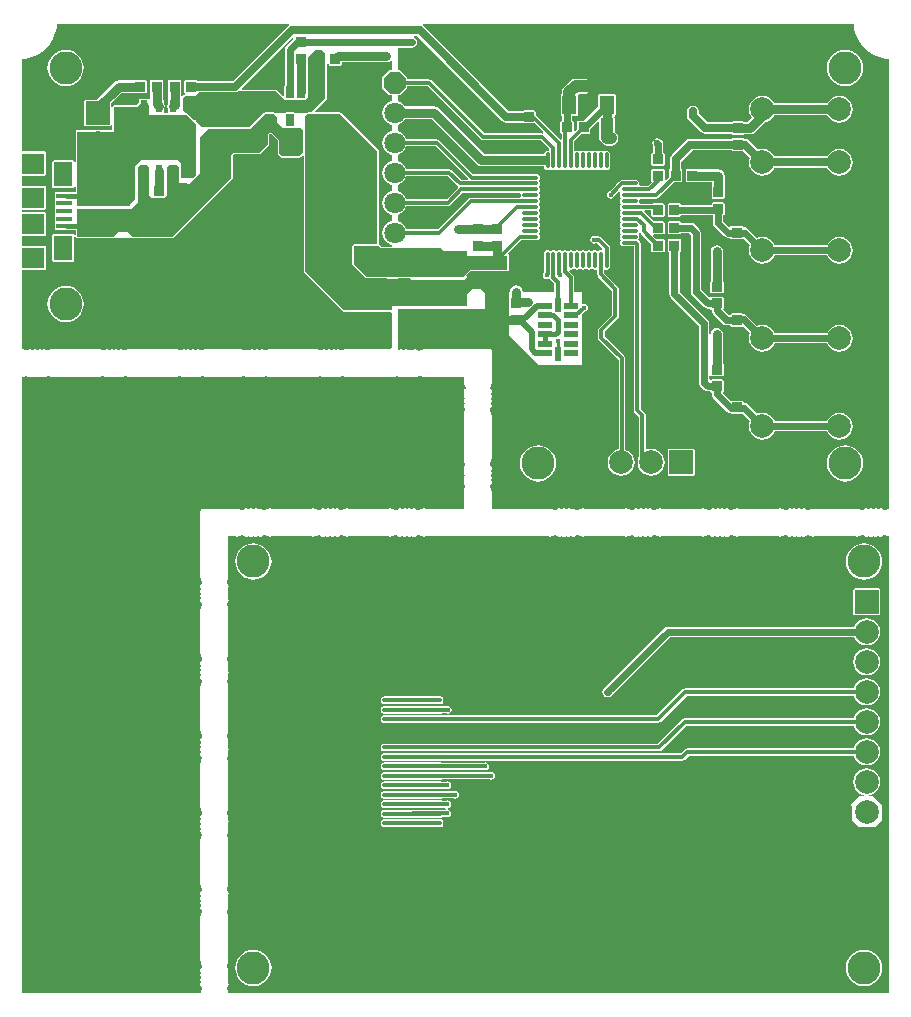
<source format=gtl>
G04 Layer_Physical_Order=1*
G04 Layer_Color=255*
%FSLAX44Y44*%
%MOMM*%
G71*
G01*
G75*
%ADD10R,0.8500X0.8500*%
G04:AMPARAMS|DCode=11|XSize=0.4mm|YSize=5mm|CornerRadius=0.1mm|HoleSize=0mm|Usage=FLASHONLY|Rotation=90.000|XOffset=0mm|YOffset=0mm|HoleType=Round|Shape=RoundedRectangle|*
%AMROUNDEDRECTD11*
21,1,0.4000,4.8000,0,0,90.0*
21,1,0.2000,5.0000,0,0,90.0*
1,1,0.2000,2.4000,0.1000*
1,1,0.2000,2.4000,-0.1000*
1,1,0.2000,-2.4000,-0.1000*
1,1,0.2000,-2.4000,0.1000*
%
%ADD11ROUNDEDRECTD11*%
%ADD12R,0.8500X0.8500*%
%ADD13R,0.7000X1.0000*%
%ADD14R,1.9000X1.7500*%
%ADD15R,1.9000X1.8000*%
%ADD16R,1.6000X2.1000*%
%ADD17R,1.4000X0.4000*%
G04:AMPARAMS|DCode=18|XSize=1.016mm|YSize=1.016mm|CornerRadius=0.0254mm|HoleSize=0mm|Usage=FLASHONLY|Rotation=270.000|XOffset=0mm|YOffset=0mm|HoleType=Round|Shape=RoundedRectangle|*
%AMROUNDEDRECTD18*
21,1,1.0160,0.9652,0,0,270.0*
21,1,0.9652,1.0160,0,0,270.0*
1,1,0.0508,-0.4826,-0.4826*
1,1,0.0508,-0.4826,0.4826*
1,1,0.0508,0.4826,0.4826*
1,1,0.0508,0.4826,-0.4826*
%
%ADD18ROUNDEDRECTD18*%
G04:AMPARAMS|DCode=19|XSize=1.016mm|YSize=1.016mm|CornerRadius=0.0254mm|HoleSize=0mm|Usage=FLASHONLY|Rotation=180.000|XOffset=0mm|YOffset=0mm|HoleType=Round|Shape=RoundedRectangle|*
%AMROUNDEDRECTD19*
21,1,1.0160,0.9652,0,0,180.0*
21,1,0.9652,1.0160,0,0,180.0*
1,1,0.0508,-0.4826,0.4826*
1,1,0.0508,0.4826,0.4826*
1,1,0.0508,0.4826,-0.4826*
1,1,0.0508,-0.4826,-0.4826*
%
%ADD19ROUNDEDRECTD19*%
%ADD20R,0.6000X1.0000*%
%ADD21O,0.3000X1.4000*%
%ADD22O,1.4000X0.3000*%
%ADD23R,1.1450X0.5500*%
%ADD24R,0.5500X1.1450*%
%ADD25R,1.6000X1.2000*%
%ADD26R,1.2000X1.6000*%
%ADD27C,0.6000*%
%ADD28C,0.3500*%
%ADD29C,0.3000*%
%ADD30C,0.8000*%
%ADD31C,1.0000*%
%ADD32C,0.7000*%
%ADD33C,0.2540*%
%ADD34C,0.5000*%
%ADD35C,0.4000*%
%ADD36C,2.0000*%
%ADD37R,2.0000X2.0000*%
%ADD38C,1.8000*%
%ADD39P,1.9483X8X292.5*%
%ADD40R,2.0000X2.0000*%
%ADD41C,0.4000*%
%ADD42C,0.6000*%
%ADD43C,2.8000*%
G36*
X110000Y745000D02*
X141000D01*
X149000Y737000D01*
X149000Y694000D01*
X147000Y692000D01*
X137000D01*
X137000Y704000D01*
X134000Y707000D01*
X103000Y707000D01*
X98000Y702000D01*
X98000Y674000D01*
X97000Y673000D01*
X92000Y668000D01*
X49000D01*
Y731000D01*
X80000D01*
Y752000D01*
X110000D01*
X110000Y745000D01*
D02*
G37*
G36*
X379887Y691105D02*
X379361Y689835D01*
X374174D01*
X365904Y698104D01*
X364985Y698719D01*
X363900Y698934D01*
X327453D01*
X326479Y701284D01*
X324832Y703432D01*
X322684Y705080D01*
X320184Y706115D01*
X320000Y706140D01*
Y711460D01*
X320184Y711485D01*
X322684Y712521D01*
X324832Y714168D01*
X326479Y716316D01*
X327453Y718666D01*
X352326D01*
X379887Y691105D01*
D02*
G37*
G36*
X390496Y724496D02*
X391415Y723881D01*
X392500Y723666D01*
X441326D01*
X448520Y716471D01*
X448489Y715671D01*
X447302Y714774D01*
X447000Y714835D01*
X445915Y714619D01*
X444996Y714004D01*
X444381Y713085D01*
X444233Y712337D01*
X444000Y712383D01*
X393230D01*
X354907Y750707D01*
X353160Y751874D01*
X351100Y752283D01*
X326327D01*
X324832Y754232D01*
X322684Y755880D01*
X320184Y756915D01*
X320000Y756940D01*
Y761915D01*
X322000D01*
X322980Y762320D01*
X327480Y766820D01*
X327885Y767800D01*
Y769466D01*
X345526D01*
X390496Y724496D01*
D02*
G37*
G36*
X218000Y743000D02*
Y739000D01*
X223000Y734000D01*
X238000D01*
X240000Y732000D01*
Y713000D01*
X237000Y710000D01*
X222000D01*
X220000Y712000D01*
Y724000D01*
X214000Y730000D01*
X211000D01*
X210000Y729000D01*
Y720000D01*
X203000Y713000D01*
X181000D01*
X179000Y711000D01*
X179000Y692000D01*
X129000Y642000D01*
X95540Y642000D01*
X91770Y645770D01*
X83770D01*
X80000Y642000D01*
X49000Y642000D01*
Y665000D01*
X94000D01*
X100000Y671000D01*
Y701000D01*
X102000Y703000D01*
X108000D01*
X110000Y701000D01*
Y677000D01*
X112000Y675000D01*
X123000D01*
X125000Y677000D01*
X125000Y701000D01*
X127000Y703000D01*
X133000Y703000D01*
X135000Y701000D01*
Y687000D01*
X142000D01*
X143000Y686000D01*
X153000Y696000D01*
Y726000D01*
X160000Y733000D01*
X195000D01*
X208000Y746000D01*
X215000D01*
X218000Y743000D01*
D02*
G37*
G36*
X424103Y678458D02*
X424344Y677896D01*
X424165Y677000D01*
X424344Y676105D01*
X424103Y675542D01*
X423576Y674835D01*
X382000D01*
X380915Y674619D01*
X379996Y674004D01*
X354126Y648135D01*
X327453D01*
X326479Y650484D01*
X324832Y652632D01*
X322684Y654280D01*
X320184Y655315D01*
X320000Y655340D01*
Y660660D01*
X320184Y660685D01*
X322684Y661721D01*
X324832Y663368D01*
X326479Y665516D01*
X327453Y667866D01*
X362700D01*
X363785Y668081D01*
X364704Y668696D01*
X375174Y679166D01*
X423576D01*
X424103Y678458D01*
D02*
G37*
G36*
X306000Y632000D02*
X357000D01*
X359000Y630000D01*
X379000D01*
Y626000D01*
X397000D01*
Y625500D01*
X413000D01*
X413000Y614000D01*
X381039D01*
X375038Y608000D01*
X331000D01*
Y608000D01*
X331000Y608000D01*
X313000Y608000D01*
X313000Y608000D01*
X313000Y608000D01*
X294000D01*
X283000Y619000D01*
Y634000D01*
X304000D01*
X306000Y632000D01*
D02*
G37*
G36*
X370996Y684996D02*
X371121Y684912D01*
X371299Y683308D01*
X361526Y673534D01*
X327453D01*
X326479Y675884D01*
X324832Y678032D01*
X322684Y679680D01*
X320184Y680715D01*
X320000Y680740D01*
Y686060D01*
X320184Y686085D01*
X322684Y687121D01*
X324832Y688768D01*
X326479Y690916D01*
X327453Y693266D01*
X362726D01*
X370996Y684996D01*
D02*
G37*
G36*
X339248Y524014D02*
X339434Y523990D01*
X339582Y523876D01*
X342253Y523159D01*
X342439Y523183D01*
X342612Y523111D01*
X343994Y523111D01*
X343995Y523111D01*
X343996Y523111D01*
X376111D01*
Y520004D01*
X376111Y520004D01*
Y518617D01*
X376182Y518444D01*
X376158Y518259D01*
X376874Y515587D01*
X376988Y515438D01*
X377012Y515253D01*
X377597Y514240D01*
X377322Y513428D01*
X376572Y512678D01*
X376096Y511530D01*
Y511255D01*
X375991Y511000D01*
X376096Y510745D01*
Y510470D01*
X376572Y509322D01*
X376894Y509000D01*
X376572Y508678D01*
X376096Y507530D01*
Y507255D01*
X375991Y507000D01*
X376096Y506745D01*
Y506470D01*
X376572Y505322D01*
X376894Y505000D01*
X376572Y504678D01*
X376096Y503530D01*
Y503255D01*
X375991Y503000D01*
X376096Y502745D01*
Y502470D01*
X376572Y501322D01*
X376894Y501000D01*
X376572Y500678D01*
X376096Y499530D01*
Y499255D01*
X375991Y499000D01*
X376096Y498745D01*
Y498470D01*
X376572Y497322D01*
X377322Y496572D01*
X377390Y495169D01*
X376523Y493075D01*
X376118Y490000D01*
X376185D01*
Y455000D01*
X376118D01*
X376523Y451925D01*
X377390Y449831D01*
X377322Y448428D01*
X376572Y447678D01*
X376096Y446530D01*
Y446255D01*
X375991Y446000D01*
X376096Y445745D01*
Y445470D01*
X376572Y444322D01*
X376894Y444000D01*
X376572Y443678D01*
X376096Y442530D01*
Y442255D01*
X375991Y442000D01*
X376096Y441745D01*
Y441470D01*
X376572Y440322D01*
X376894Y440000D01*
X376572Y439678D01*
X376096Y438530D01*
Y438255D01*
X375991Y438000D01*
X376096Y437745D01*
Y437470D01*
X376572Y436322D01*
X376894Y436000D01*
X376572Y435678D01*
X376096Y434530D01*
Y434255D01*
X375991Y434000D01*
X376096Y433745D01*
Y433470D01*
X376572Y432322D01*
X377322Y431572D01*
X377390Y430169D01*
X376523Y428075D01*
X376118Y425000D01*
X376185D01*
Y411815D01*
X343000D01*
Y411882D01*
X339925Y411477D01*
X337831Y410610D01*
X336428Y410678D01*
X335678Y411428D01*
X334530Y411904D01*
X334255D01*
X334000Y412009D01*
X333745Y411904D01*
X333470D01*
X332322Y411428D01*
X332000Y411106D01*
X331678Y411428D01*
X330530Y411904D01*
X330255D01*
X330000Y412009D01*
X329745Y411904D01*
X329470D01*
X328322Y411428D01*
X328000Y411106D01*
X327678Y411428D01*
X326530Y411904D01*
X326255D01*
X326000Y412009D01*
X325745Y411904D01*
X325470D01*
X324322Y411428D01*
X324000Y411106D01*
X323678Y411428D01*
X322530Y411904D01*
X322255D01*
X322000Y412009D01*
X321745Y411904D01*
X321470D01*
X320322Y411428D01*
X319572Y410678D01*
X318169Y410610D01*
X316075Y411477D01*
X313000Y411882D01*
Y411815D01*
X278000D01*
Y411882D01*
X274925Y411477D01*
X272831Y410610D01*
X271428Y410678D01*
X270678Y411428D01*
X269530Y411904D01*
X269255D01*
X269000Y412009D01*
X268745Y411904D01*
X268470D01*
X267322Y411428D01*
X267000Y411106D01*
X266678Y411428D01*
X265530Y411904D01*
X265255D01*
X265000Y412009D01*
X264745Y411904D01*
X264470D01*
X263322Y411428D01*
X263000Y411106D01*
X262678Y411428D01*
X261530Y411904D01*
X261255D01*
X261000Y412009D01*
X260745Y411904D01*
X260470D01*
X259322Y411428D01*
X259000Y411106D01*
X258678Y411428D01*
X257530Y411904D01*
X257255D01*
X257000Y412009D01*
X256745Y411904D01*
X256470D01*
X255322Y411428D01*
X254572Y410678D01*
X253169Y410610D01*
X251075Y411477D01*
X248000Y411882D01*
Y411815D01*
X213000D01*
Y411882D01*
X209925Y411477D01*
X207831Y410610D01*
X206428Y410678D01*
X205678Y411428D01*
X204530Y411904D01*
X204255D01*
X204000Y412009D01*
X203745Y411904D01*
X203470D01*
X202322Y411428D01*
X202000Y411106D01*
X201678Y411428D01*
X200530Y411904D01*
X200255D01*
X200000Y412009D01*
X199745Y411904D01*
X199470D01*
X198322Y411428D01*
X198000Y411106D01*
X197678Y411428D01*
X196530Y411904D01*
X196255D01*
X196000Y412009D01*
X195745Y411904D01*
X195470D01*
X194322Y411428D01*
X194000Y411106D01*
X193678Y411428D01*
X192530Y411904D01*
X192255D01*
X192000Y412009D01*
X191745Y411904D01*
X191470D01*
X190322Y411428D01*
X189572Y410678D01*
X188169Y410610D01*
X186075Y411477D01*
X183000Y411882D01*
Y411815D01*
X155000D01*
X154305Y411677D01*
X153717Y411283D01*
X153323Y410695D01*
X153185Y410000D01*
Y390000D01*
Y355000D01*
X153118D01*
X153523Y351925D01*
X154390Y349831D01*
X154322Y348428D01*
X153572Y347678D01*
X153096Y346530D01*
Y346255D01*
X152991Y346000D01*
X153096Y345745D01*
Y345470D01*
X153572Y344322D01*
X153894Y344000D01*
X153572Y343678D01*
X153096Y342530D01*
Y342255D01*
X152991Y342000D01*
X153096Y341745D01*
Y341470D01*
X153572Y340322D01*
X153894Y340000D01*
X153572Y339678D01*
X153096Y338530D01*
Y338255D01*
X152991Y338000D01*
X153096Y337745D01*
Y337470D01*
X153572Y336322D01*
X153894Y336000D01*
X153572Y335678D01*
X153096Y334530D01*
Y334255D01*
X152991Y334000D01*
X153096Y333745D01*
Y333470D01*
X153572Y332322D01*
X154322Y331572D01*
X154390Y330169D01*
X153523Y328075D01*
X153118Y325000D01*
X153185D01*
Y290000D01*
X153118D01*
X153523Y286925D01*
X154390Y284831D01*
X154322Y283428D01*
X153572Y282678D01*
X153096Y281530D01*
Y281255D01*
X152991Y281000D01*
X153096Y280745D01*
Y280470D01*
X153572Y279322D01*
X153894Y279000D01*
X153572Y278678D01*
X153096Y277530D01*
Y277255D01*
X152991Y277000D01*
X153096Y276745D01*
Y276470D01*
X153572Y275322D01*
X153894Y275000D01*
X153572Y274678D01*
X153096Y273530D01*
Y273255D01*
X152991Y273000D01*
X153096Y272745D01*
Y272470D01*
X153572Y271322D01*
X153894Y271000D01*
X153572Y270678D01*
X153096Y269530D01*
Y269255D01*
X152991Y269000D01*
X153096Y268745D01*
Y268470D01*
X153572Y267322D01*
X154322Y266572D01*
X154390Y265169D01*
X153523Y263075D01*
X153118Y260000D01*
X153185D01*
Y225000D01*
X153118D01*
X153523Y221925D01*
X154390Y219831D01*
X154322Y218428D01*
X153572Y217678D01*
X153096Y216530D01*
Y216255D01*
X152991Y216000D01*
X153096Y215745D01*
Y215470D01*
X153572Y214322D01*
X153894Y214000D01*
X153572Y213678D01*
X153096Y212530D01*
Y212255D01*
X152991Y212000D01*
X153096Y211745D01*
Y211470D01*
X153572Y210322D01*
X153894Y210000D01*
X153572Y209678D01*
X153096Y208530D01*
Y208255D01*
X152991Y208000D01*
X153096Y207745D01*
Y207470D01*
X153572Y206322D01*
X153894Y206000D01*
X153572Y205678D01*
X153096Y204530D01*
Y204255D01*
X152991Y204000D01*
X153096Y203745D01*
Y203470D01*
X153572Y202322D01*
X154322Y201572D01*
X154390Y200169D01*
X153523Y198075D01*
X153118Y195000D01*
X153185D01*
Y160000D01*
X153118D01*
X153523Y156925D01*
X154390Y154831D01*
X154322Y153428D01*
X153572Y152678D01*
X153096Y151530D01*
Y151255D01*
X152991Y151000D01*
X153096Y150745D01*
Y150470D01*
X153572Y149322D01*
X153894Y149000D01*
X153572Y148678D01*
X153096Y147530D01*
Y147255D01*
X152991Y147000D01*
X153096Y146745D01*
Y146470D01*
X153572Y145322D01*
X153894Y145000D01*
X153572Y144678D01*
X153096Y143530D01*
Y143255D01*
X152991Y143000D01*
X153096Y142745D01*
Y142470D01*
X153572Y141322D01*
X153894Y141000D01*
X153572Y140678D01*
X153096Y139530D01*
Y139255D01*
X152991Y139000D01*
X153096Y138745D01*
Y138470D01*
X153572Y137322D01*
X154322Y136572D01*
X154390Y135169D01*
X153523Y133075D01*
X153118Y130000D01*
X153185D01*
Y95000D01*
X153118D01*
X153523Y91925D01*
X154390Y89831D01*
X154322Y88428D01*
X153572Y87678D01*
X153096Y86530D01*
Y86255D01*
X152991Y86000D01*
X153096Y85745D01*
Y85470D01*
X153572Y84322D01*
X153894Y84000D01*
X153572Y83678D01*
X153096Y82530D01*
Y82255D01*
X152991Y82000D01*
X153096Y81745D01*
Y81470D01*
X153572Y80322D01*
X153894Y80000D01*
X153572Y79678D01*
X153096Y78530D01*
Y78255D01*
X152991Y78000D01*
X153096Y77745D01*
Y77470D01*
X153572Y76322D01*
X153894Y76000D01*
X153572Y75678D01*
X153096Y74530D01*
Y74255D01*
X152991Y74000D01*
X153096Y73745D01*
Y73470D01*
X153572Y72322D01*
X154322Y71572D01*
X154390Y70169D01*
X153523Y68075D01*
X153118Y65000D01*
X153185D01*
Y30000D01*
X153118D01*
X153523Y26925D01*
X154390Y24831D01*
X154322Y23428D01*
X153572Y22678D01*
X153096Y21530D01*
Y21255D01*
X152991Y21000D01*
X153096Y20745D01*
Y20470D01*
X153572Y19322D01*
X153894Y19000D01*
X153572Y18678D01*
X153096Y17530D01*
Y17255D01*
X152991Y17000D01*
X153096Y16745D01*
Y16470D01*
X153572Y15322D01*
X153894Y15000D01*
X153572Y14678D01*
X153096Y13530D01*
Y13255D01*
X152991Y13000D01*
X153096Y12745D01*
Y12470D01*
X153572Y11322D01*
X153894Y11000D01*
X153572Y10678D01*
X153096Y9530D01*
Y9255D01*
X152991Y9000D01*
X153096Y8745D01*
Y8470D01*
X153572Y7322D01*
X154322Y6572D01*
X154390Y5169D01*
X153523Y3075D01*
X153357Y1815D01*
X1815D01*
Y523357D01*
X3075Y523523D01*
X5169Y524390D01*
X6572Y524322D01*
X7322Y523572D01*
X8470Y523096D01*
X8745D01*
X9000Y522991D01*
X9255Y523096D01*
X9530D01*
X10678Y523572D01*
X11000Y523894D01*
X11322Y523572D01*
X12470Y523096D01*
X12745D01*
X13000Y522991D01*
X13255Y523096D01*
X13530D01*
X14678Y523572D01*
X15000Y523894D01*
X15322Y523572D01*
X16470Y523096D01*
X16745D01*
X17000Y522991D01*
X17255Y523096D01*
X17530D01*
X18678Y523572D01*
X19000Y523894D01*
X19322Y523572D01*
X20470Y523096D01*
X20745D01*
X21000Y522991D01*
X21255Y523096D01*
X21530D01*
X22678Y523572D01*
X23428Y524322D01*
X24831Y524390D01*
X26925Y523523D01*
X30000Y523118D01*
Y523185D01*
X65000D01*
Y523118D01*
X68075Y523523D01*
X70169Y524390D01*
X71572Y524322D01*
X72322Y523572D01*
X73470Y523096D01*
X73745D01*
X74000Y522991D01*
X74255Y523096D01*
X74530D01*
X75678Y523572D01*
X76000Y523894D01*
X76322Y523572D01*
X77470Y523096D01*
X77745D01*
X78000Y522991D01*
X78255Y523096D01*
X78530D01*
X79678Y523572D01*
X80000Y523894D01*
X80322Y523572D01*
X81470Y523096D01*
X81745D01*
X82000Y522991D01*
X82255Y523096D01*
X82530D01*
X83678Y523572D01*
X84000Y523894D01*
X84322Y523572D01*
X85470Y523096D01*
X85745D01*
X86000Y522991D01*
X86255Y523096D01*
X86530D01*
X87678Y523572D01*
X88428Y524322D01*
X89831Y524390D01*
X91925Y523523D01*
X95000Y523118D01*
Y523185D01*
X130000D01*
Y523118D01*
X133075Y523523D01*
X135169Y524390D01*
X136572Y524322D01*
X137322Y523572D01*
X138470Y523096D01*
X138745D01*
X139000Y522991D01*
X139255Y523096D01*
X139530D01*
X140678Y523572D01*
X141000Y523894D01*
X141322Y523572D01*
X142470Y523096D01*
X142745D01*
X143000Y522991D01*
X143255Y523096D01*
X143530D01*
X144678Y523572D01*
X145000Y523894D01*
X145322Y523572D01*
X146470Y523096D01*
X146745D01*
X147000Y522991D01*
X147255Y523096D01*
X147530D01*
X148678Y523572D01*
X149000Y523894D01*
X149322Y523572D01*
X150470Y523096D01*
X150745D01*
X151000Y522991D01*
X151255Y523096D01*
X151530D01*
X152678Y523572D01*
X153428Y524322D01*
X154782Y524343D01*
X155245Y524219D01*
X156925Y523523D01*
X160000Y523118D01*
Y523185D01*
X160000Y523185D01*
X184000D01*
Y523118D01*
X187075Y523523D01*
X189169Y524390D01*
X190572Y524322D01*
X191322Y523572D01*
X192470Y523096D01*
X192745D01*
X193000Y522991D01*
X193255Y523096D01*
X193530D01*
X194678Y523572D01*
X195000Y523894D01*
X195322Y523572D01*
X196470Y523096D01*
X196745D01*
X197000Y522991D01*
X197255Y523096D01*
X197530D01*
X198678Y523572D01*
X199000Y523894D01*
X199322Y523572D01*
X200470Y523096D01*
X200745D01*
X201000Y522991D01*
X201255Y523096D01*
X201530D01*
X202678Y523572D01*
X203000Y523894D01*
X203322Y523572D01*
X204470Y523096D01*
X204745D01*
X205000Y522991D01*
X205255Y523096D01*
X205530D01*
X206678Y523572D01*
X207428Y524322D01*
X208831Y524390D01*
X210925Y523523D01*
X214000Y523118D01*
Y523185D01*
X249000D01*
Y523118D01*
X252075Y523523D01*
X254169Y524390D01*
X255572Y524322D01*
X256322Y523572D01*
X257470Y523096D01*
X257745D01*
X258000Y522991D01*
X258255Y523096D01*
X258530D01*
X259678Y523572D01*
X260000Y523894D01*
X260322Y523572D01*
X261470Y523096D01*
X261745D01*
X262000Y522991D01*
X262255Y523096D01*
X262530D01*
X263678Y523572D01*
X264000Y523894D01*
X264322Y523572D01*
X265470Y523096D01*
X265745D01*
X266000Y522991D01*
X266255Y523096D01*
X266530D01*
X267678Y523572D01*
X268000Y523894D01*
X268322Y523572D01*
X269470Y523096D01*
X269745D01*
X270000Y522991D01*
X270255Y523096D01*
X270530D01*
X271678Y523572D01*
X272428Y524322D01*
X273831Y524390D01*
X275925Y523523D01*
X279000Y523118D01*
Y523185D01*
X314000D01*
Y523118D01*
X317075Y523523D01*
X319169Y524390D01*
X320572Y524322D01*
X321322Y523572D01*
X322470Y523096D01*
X322745D01*
X323000Y522991D01*
X323255Y523096D01*
X323530D01*
X324678Y523572D01*
X325000Y523894D01*
X325322Y523572D01*
X326470Y523096D01*
X326745D01*
X327000Y522991D01*
X327255Y523096D01*
X327530D01*
X328678Y523572D01*
X329000Y523894D01*
X329322Y523572D01*
X330470Y523096D01*
X330745D01*
X331000Y522991D01*
X331255Y523096D01*
X331530D01*
X332678Y523572D01*
X333000Y523894D01*
X333322Y523572D01*
X334470Y523096D01*
X334745D01*
X335000Y522991D01*
X335255Y523096D01*
X335530D01*
X336678Y523572D01*
X337428Y524322D01*
X338240Y524597D01*
X339248Y524014D01*
D02*
G37*
G36*
X706514Y819013D02*
X707682Y814149D01*
X709596Y809528D01*
X712210Y805262D01*
X715459Y801459D01*
X719262Y798210D01*
X723528Y795596D01*
X728149Y793682D01*
X733013Y792514D01*
X736185Y792265D01*
Y411643D01*
X734925Y411477D01*
X732831Y410610D01*
X731428Y410678D01*
X730678Y411428D01*
X729530Y411904D01*
X729255D01*
X729000Y412009D01*
X728745Y411904D01*
X728470D01*
X727322Y411428D01*
X727000Y411106D01*
X726678Y411428D01*
X725530Y411904D01*
X725255D01*
X725000Y412009D01*
X724745Y411904D01*
X724470D01*
X723322Y411428D01*
X723000Y411106D01*
X722678Y411428D01*
X721530Y411904D01*
X721255D01*
X721000Y412009D01*
X720745Y411904D01*
X720470D01*
X719322Y411428D01*
X719000Y411106D01*
X718678Y411428D01*
X717530Y411904D01*
X717255D01*
X717000Y412009D01*
X716745Y411904D01*
X716470D01*
X715322Y411428D01*
X714572Y410678D01*
X713169Y410610D01*
X711075Y411477D01*
X708000Y411882D01*
Y411815D01*
X673000D01*
Y411882D01*
X669925Y411477D01*
X667831Y410610D01*
X666428Y410678D01*
X665678Y411428D01*
X664530Y411904D01*
X664255D01*
X664000Y412009D01*
X663745Y411904D01*
X663470D01*
X662322Y411428D01*
X662000Y411106D01*
X661678Y411428D01*
X660530Y411904D01*
X660255D01*
X660000Y412009D01*
X659745Y411904D01*
X659470D01*
X658322Y411428D01*
X658000Y411106D01*
X657678Y411428D01*
X656530Y411904D01*
X656255D01*
X656000Y412009D01*
X655745Y411904D01*
X655470D01*
X654322Y411428D01*
X654000Y411106D01*
X653678Y411428D01*
X652530Y411904D01*
X652255D01*
X652000Y412009D01*
X651745Y411904D01*
X651470D01*
X650322Y411428D01*
X649572Y410678D01*
X648169Y410610D01*
X646075Y411477D01*
X643000Y411882D01*
Y411815D01*
X608000D01*
Y411882D01*
X604925Y411477D01*
X602831Y410610D01*
X601428Y410678D01*
X600678Y411428D01*
X599530Y411904D01*
X599255D01*
X599000Y412009D01*
X598745Y411904D01*
X598470D01*
X597322Y411428D01*
X597000Y411106D01*
X596678Y411428D01*
X595530Y411904D01*
X595255D01*
X595000Y412009D01*
X594745Y411904D01*
X594470D01*
X593322Y411428D01*
X593000Y411106D01*
X592678Y411428D01*
X591530Y411904D01*
X591255D01*
X591000Y412009D01*
X590745Y411904D01*
X590470D01*
X589322Y411428D01*
X589000Y411106D01*
X588678Y411428D01*
X587530Y411904D01*
X587255D01*
X587000Y412009D01*
X586745Y411904D01*
X586470D01*
X585322Y411428D01*
X584572Y410678D01*
X583169Y410610D01*
X581075Y411477D01*
X578000Y411882D01*
Y411815D01*
X543000D01*
Y411882D01*
X539925Y411477D01*
X537831Y410610D01*
X536428Y410678D01*
X535678Y411428D01*
X534530Y411904D01*
X534255D01*
X534000Y412009D01*
X533745Y411904D01*
X533470D01*
X532322Y411428D01*
X532000Y411106D01*
X531678Y411428D01*
X530530Y411904D01*
X530255D01*
X530000Y412009D01*
X529745Y411904D01*
X529470D01*
X528322Y411428D01*
X528000Y411106D01*
X527678Y411428D01*
X526530Y411904D01*
X526255D01*
X526000Y412009D01*
X525745Y411904D01*
X525470D01*
X524322Y411428D01*
X524000Y411106D01*
X523678Y411428D01*
X522530Y411904D01*
X522255D01*
X522000Y412009D01*
X521745Y411904D01*
X521470D01*
X520322Y411428D01*
X519572Y410678D01*
X518169Y410610D01*
X516075Y411477D01*
X513000Y411882D01*
Y411815D01*
X478000D01*
Y411882D01*
X474925Y411477D01*
X472831Y410610D01*
X471428Y410678D01*
X470678Y411428D01*
X469530Y411904D01*
X469255D01*
X469000Y412009D01*
X468745Y411904D01*
X468470D01*
X467322Y411428D01*
X467000Y411106D01*
X466678Y411428D01*
X465530Y411904D01*
X465255D01*
X465000Y412009D01*
X464745Y411904D01*
X464470D01*
X463322Y411428D01*
X463000Y411106D01*
X462678Y411428D01*
X461530Y411904D01*
X461255D01*
X461000Y412009D01*
X460745Y411904D01*
X460470D01*
X459322Y411428D01*
X459000Y411106D01*
X458678Y411428D01*
X457530Y411904D01*
X457255D01*
X457000Y412009D01*
X456745Y411904D01*
X456470D01*
X455322Y411428D01*
X454572Y410678D01*
X453169Y410610D01*
X451075Y411477D01*
X448000Y411882D01*
Y411815D01*
X399815D01*
Y425000D01*
X399882D01*
X399477Y428075D01*
X398610Y430169D01*
X398678Y431572D01*
X399428Y432322D01*
X399904Y433470D01*
Y433745D01*
X400009Y434000D01*
X399904Y434255D01*
Y434530D01*
X399428Y435678D01*
X399106Y436000D01*
X399428Y436322D01*
X399904Y437470D01*
Y437745D01*
X400009Y438000D01*
X399904Y438255D01*
Y438530D01*
X399428Y439678D01*
X399106Y440000D01*
X399428Y440322D01*
X399904Y441470D01*
Y441745D01*
X400009Y442000D01*
X399904Y442255D01*
Y442530D01*
X399428Y443678D01*
X399106Y444000D01*
X399428Y444322D01*
X399904Y445470D01*
Y445745D01*
X400009Y446000D01*
X399904Y446255D01*
Y446530D01*
X399428Y447678D01*
X398678Y448428D01*
X398610Y449831D01*
X399477Y451925D01*
X399882Y455000D01*
X399815D01*
Y490000D01*
X399882D01*
X399477Y493075D01*
X398610Y495169D01*
X398678Y496572D01*
X399428Y497322D01*
X399904Y498470D01*
Y498745D01*
X400009Y499000D01*
X399904Y499255D01*
Y499530D01*
X399428Y500678D01*
X399106Y501000D01*
X399428Y501322D01*
X399904Y502470D01*
Y502745D01*
X400009Y503000D01*
X399904Y503255D01*
Y503530D01*
X399428Y504678D01*
X399106Y505000D01*
X399428Y505322D01*
X399904Y506470D01*
Y506745D01*
X400009Y507000D01*
X399904Y507255D01*
Y507530D01*
X399428Y508678D01*
X399106Y509000D01*
X399428Y509322D01*
X399904Y510470D01*
Y510745D01*
X400009Y511000D01*
X399904Y511255D01*
Y511530D01*
X399428Y512678D01*
X398678Y513428D01*
X398403Y514240D01*
X398988Y515253D01*
X399012Y515439D01*
X399126Y515587D01*
X399842Y518259D01*
X399818Y518444D01*
X399889Y518617D01*
Y520001D01*
X399889Y520001D01*
X399889Y520002D01*
Y545100D01*
X399784Y545355D01*
X399784Y545630D01*
X399707Y545816D01*
X399512Y546010D01*
X399407Y546265D01*
X399265Y546407D01*
X399010Y546512D01*
X398816Y546707D01*
X398630Y546784D01*
X398355Y546784D01*
X398100Y546889D01*
X344000Y546889D01*
X342617D01*
X342444Y546818D01*
X342259Y546842D01*
X339588Y546127D01*
X339439Y546012D01*
X339254Y545988D01*
X338240Y545403D01*
X337428Y545678D01*
X336678Y546428D01*
X335530Y546904D01*
X335255D01*
X335000Y547009D01*
X334745Y546904D01*
X334470D01*
X333322Y546428D01*
X333000Y546106D01*
X332678Y546428D01*
X331530Y546904D01*
X331255D01*
X331000Y547009D01*
X330745Y546904D01*
X330470D01*
X329322Y546428D01*
X329000Y546106D01*
X328678Y546428D01*
X327530Y546904D01*
X327255D01*
X327000Y547009D01*
X326745Y546904D01*
X326470D01*
X325322Y546428D01*
X325000Y546106D01*
X324678Y546428D01*
X323530Y546904D01*
X323255D01*
X323000Y547009D01*
X322745Y546904D01*
X322470D01*
X321322Y546428D01*
X321270Y546376D01*
X320000Y546902D01*
Y581000D01*
X393270D01*
X394000Y581730D01*
Y583000D01*
Y598000D01*
X383000D01*
X379000Y594000D01*
Y583000D01*
X315000D01*
Y581000D01*
X314348Y580000D01*
X275000D01*
X242000Y613000D01*
X242000Y744000D01*
X243615Y745614D01*
X244173D01*
X244428Y745720D01*
X244703D01*
X244776Y745750D01*
X247135D01*
X247739Y746000D01*
X271000D01*
X303000Y714000D01*
Y635386D01*
X283000D01*
X282020Y634980D01*
X281614Y634000D01*
Y619000D01*
X282020Y618020D01*
X293020Y607020D01*
X294000Y606614D01*
X311385D01*
X312000Y606000D01*
X320000D01*
Y606614D01*
X331000Y606614D01*
X331842Y605798D01*
X332000Y605386D01*
X376426D01*
X377771Y606730D01*
X379000Y607959D01*
X379000Y607959D01*
X379000Y607959D01*
X379000Y607959D01*
X379000Y608000D01*
X378657D01*
X378171Y609173D01*
X381612Y612615D01*
X396000D01*
X396000Y612615D01*
X396000Y612615D01*
X413000D01*
X413980Y613020D01*
X414385Y614000D01*
X414385Y625500D01*
X413980Y626480D01*
X413897Y627889D01*
X425174Y639166D01*
X438000D01*
X439085Y639381D01*
X440004Y639996D01*
X440619Y640915D01*
X440834Y642000D01*
X440619Y643085D01*
X440004Y644004D01*
Y644996D01*
X440619Y645915D01*
X440834Y647000D01*
X440619Y648085D01*
X440004Y649004D01*
Y649996D01*
X440619Y650915D01*
X440834Y652000D01*
X440619Y653085D01*
X440004Y654004D01*
Y654996D01*
X440619Y655915D01*
X440834Y657000D01*
X440619Y658085D01*
X440004Y659004D01*
Y659996D01*
X440619Y660915D01*
X440834Y662000D01*
X440619Y663085D01*
X440004Y664004D01*
Y664996D01*
X440619Y665915D01*
X440834Y667000D01*
X440619Y668085D01*
X440004Y669004D01*
Y669996D01*
X440619Y670915D01*
X440834Y672000D01*
X440619Y673085D01*
X440004Y674004D01*
Y674996D01*
X440619Y675915D01*
X440834Y677000D01*
X440619Y678085D01*
X440004Y679004D01*
Y679996D01*
X440619Y680915D01*
X440834Y682000D01*
X440619Y683085D01*
X440004Y684004D01*
Y684996D01*
X440619Y685915D01*
X440834Y687000D01*
X440619Y688085D01*
X440004Y689004D01*
Y689996D01*
X440619Y690915D01*
X440834Y692000D01*
X440619Y693085D01*
X440004Y694004D01*
X439085Y694619D01*
X438000Y694835D01*
X384174D01*
X355504Y723504D01*
X354585Y724119D01*
X353500Y724334D01*
X327453D01*
X326479Y726684D01*
X324832Y728832D01*
X322684Y730480D01*
X320184Y731515D01*
X320000Y731540D01*
Y736861D01*
X320184Y736885D01*
X322684Y737921D01*
X324832Y739568D01*
X326327Y741517D01*
X348870D01*
X387193Y703193D01*
X388940Y702026D01*
X391000Y701617D01*
X444000D01*
X444166Y701481D01*
Y701000D01*
X444381Y699915D01*
X444996Y698996D01*
X445915Y698381D01*
X447000Y698166D01*
X448085Y698381D01*
X448634Y698748D01*
X449500Y698906D01*
X450366Y698748D01*
X450915Y698381D01*
X452000Y698166D01*
X453085Y698381D01*
X453634Y698748D01*
X454500Y698906D01*
X455366Y698748D01*
X455915Y698381D01*
X457000Y698166D01*
X458085Y698381D01*
X458634Y698748D01*
X459500Y698906D01*
X460366Y698748D01*
X460915Y698381D01*
X462000Y698166D01*
X463085Y698381D01*
X463634Y698748D01*
X464500Y698906D01*
X465366Y698748D01*
X465915Y698381D01*
X467000Y698166D01*
X468085Y698381D01*
X468634Y698748D01*
X469500Y698906D01*
X470366Y698748D01*
X470915Y698381D01*
X472000Y698166D01*
X473085Y698381D01*
X473634Y698748D01*
X474500Y698906D01*
X475366Y698748D01*
X475915Y698381D01*
X477000Y698166D01*
X478085Y698381D01*
X478634Y698748D01*
X479500Y698906D01*
X480366Y698748D01*
X480915Y698381D01*
X482000Y698166D01*
X483085Y698381D01*
X483634Y698748D01*
X484500Y698906D01*
X485366Y698748D01*
X485915Y698381D01*
X487000Y698166D01*
X488085Y698381D01*
X488634Y698748D01*
X489500Y698906D01*
X490366Y698748D01*
X490915Y698381D01*
X492000Y698166D01*
X493085Y698381D01*
X493634Y698748D01*
X494500Y698906D01*
X495366Y698748D01*
X495915Y698381D01*
X497000Y698166D01*
X498085Y698381D01*
X499004Y698996D01*
X499619Y699915D01*
X499835Y701000D01*
Y712000D01*
X499619Y713085D01*
X499004Y714004D01*
X498085Y714619D01*
X497000Y714835D01*
X495915Y714619D01*
X495366Y714252D01*
X494500Y714094D01*
X493634Y714252D01*
X493085Y714619D01*
X492000Y714835D01*
X490915Y714619D01*
X490366Y714252D01*
X489500Y714094D01*
X488634Y714252D01*
X488085Y714619D01*
X487000Y714835D01*
X485915Y714619D01*
X485366Y714252D01*
X484500Y714094D01*
X483634Y714252D01*
X483085Y714619D01*
X482000Y714835D01*
X480915Y714619D01*
X480366Y714252D01*
X479500Y714094D01*
X478634Y714252D01*
X478085Y714619D01*
X477000Y714835D01*
X475915Y714619D01*
X475366Y714252D01*
X474500Y714094D01*
X473634Y714252D01*
X473085Y714619D01*
X472000Y714835D01*
X471105Y714656D01*
X470542Y714897D01*
X469835Y715424D01*
Y722826D01*
X475873Y728865D01*
X481750D01*
X482730Y729270D01*
X483135Y730250D01*
Y732964D01*
X489840Y739669D01*
X491014Y739183D01*
Y734516D01*
Y724864D01*
X491500Y723690D01*
X491535Y723675D01*
X491584Y723430D01*
X492972Y721352D01*
X493352Y720972D01*
X495430Y719584D01*
X497880Y719097D01*
X500500D01*
X502950Y719584D01*
X505028Y720972D01*
X506416Y723050D01*
X506903Y725500D01*
X506416Y727950D01*
X505028Y730028D01*
X503986Y730723D01*
Y742136D01*
X503665Y742913D01*
X503589Y743465D01*
X504104Y744365D01*
X504480Y744520D01*
X504885Y745500D01*
Y761500D01*
X504480Y762480D01*
X503500Y762886D01*
X491500D01*
X490520Y762480D01*
X490115Y761500D01*
Y752286D01*
X477964Y740135D01*
X473250D01*
X472270Y739730D01*
X471865Y738750D01*
Y732873D01*
X470405Y731414D01*
X469135Y731940D01*
Y738750D01*
X468730Y739730D01*
X467864Y740088D01*
Y744115D01*
X471500D01*
X472480Y744520D01*
X472885Y745500D01*
Y761500D01*
X472607Y762172D01*
X473449Y763014D01*
X479516D01*
X480690Y763500D01*
X481176Y764674D01*
Y774326D01*
X480690Y775500D01*
X479516Y775986D01*
X469864D01*
X468690Y775500D01*
X468675Y775464D01*
X468430Y775416D01*
X466352Y774028D01*
X460972Y768648D01*
X459584Y766570D01*
X459097Y764120D01*
Y762719D01*
X458520Y762480D01*
X458115Y761500D01*
Y745500D01*
X458520Y744520D01*
X459136Y744265D01*
Y740088D01*
X458270Y739730D01*
X457864Y738750D01*
Y730250D01*
X458270Y729270D01*
X459166Y728900D01*
Y724639D01*
X457896Y724113D01*
X437136Y744873D01*
Y747750D01*
X436730Y748730D01*
X435750Y749136D01*
X427250D01*
X426270Y748730D01*
X426123Y748374D01*
X414019D01*
X342196Y820196D01*
X341120Y820915D01*
X341506Y822185D01*
X706265D01*
X706514Y819013D01*
D02*
G37*
G36*
X259000Y797000D02*
Y759000D01*
X247135Y747135D01*
X244500D01*
X244173Y747000D01*
X232827D01*
X232500Y747135D01*
X225500D01*
X225173Y747000D01*
X215931D01*
X215000Y747385D01*
X208000D01*
X207069Y747000D01*
X206000D01*
X194000Y735000D01*
X154000D01*
X149000Y740000D01*
Y741659D01*
X147827Y741173D01*
X142000Y747000D01*
X140000D01*
X138000Y749000D01*
Y759000D01*
X140000Y761000D01*
X149000D01*
X152126Y764126D01*
X182750D01*
X184615Y764497D01*
X185367Y765000D01*
X217000D01*
X224000Y758000D01*
X242000Y758000D01*
X242622Y758622D01*
X242980Y758770D01*
X243128Y759128D01*
X244000Y760000D01*
Y787923D01*
X244135Y788250D01*
Y794136D01*
X250000Y800000D01*
X256000D01*
X259000Y797000D01*
D02*
G37*
G36*
X230872Y810146D02*
X232039Y809601D01*
X232026Y809447D01*
X225914Y803336D01*
X224968Y801920D01*
X224636Y800250D01*
Y770778D01*
X224520Y770730D01*
X224114Y769750D01*
Y761504D01*
X222941Y761018D01*
X217980Y765980D01*
X217000Y766385D01*
X188687D01*
X188201Y767559D01*
X230791Y810149D01*
X230872Y810146D01*
D02*
G37*
G36*
X228130Y820915D02*
X227054Y820196D01*
X180731Y773874D01*
X150627D01*
X150480Y774230D01*
X149500Y774635D01*
X141000D01*
X140020Y774230D01*
X139614Y773250D01*
Y764750D01*
X140020Y763770D01*
X140298Y763655D01*
X140045Y762385D01*
X140000D01*
X139020Y761980D01*
X137903Y760863D01*
X136633Y761389D01*
Y764141D01*
X136885Y764750D01*
Y773250D01*
X136480Y774230D01*
X135500Y774635D01*
X127000D01*
X126020Y774230D01*
X125615Y773250D01*
Y764750D01*
X125867Y764141D01*
Y757505D01*
X125864Y757500D01*
Y755440D01*
X125276Y754560D01*
X124867Y752500D01*
X125276Y750440D01*
X125864Y749560D01*
Y747500D01*
X124951Y746385D01*
X123048D01*
X122135Y747500D01*
Y749560D01*
X122724Y750440D01*
X123133Y752500D01*
X122724Y754560D01*
X122135Y755440D01*
Y757500D01*
X121730Y758480D01*
X121383Y758623D01*
Y764141D01*
X121636Y764750D01*
Y773250D01*
X121230Y774230D01*
X120250Y774635D01*
X111750D01*
X110770Y774230D01*
X110365Y773250D01*
Y764750D01*
X110617Y764141D01*
Y758450D01*
X109347Y758197D01*
X109230Y758480D01*
X108250Y758885D01*
X102250D01*
X101270Y758480D01*
X100864Y757500D01*
Y755728D01*
X98522Y753385D01*
X80000D01*
X79020Y752980D01*
X78615Y752000D01*
X77386Y752099D01*
Y754772D01*
X86230Y763617D01*
X97142D01*
X97750Y763364D01*
X106250D01*
X107230Y763770D01*
X107635Y764750D01*
Y773250D01*
X107230Y774230D01*
X106250Y774635D01*
X97750D01*
X97142Y774383D01*
X84000D01*
X81940Y773974D01*
X80193Y772807D01*
X65472Y758085D01*
X56000D01*
X55020Y757680D01*
X54615Y756700D01*
Y736700D01*
X55020Y735720D01*
X56000Y735314D01*
X76000D01*
X76980Y735720D01*
X77386Y736700D01*
X78615Y736601D01*
Y732385D01*
X68217D01*
X66000Y732677D01*
X63783Y732385D01*
X49000D01*
X48020Y731980D01*
X47614Y731000D01*
Y705349D01*
X46385Y705250D01*
X45980Y706230D01*
X45000Y706636D01*
X29000D01*
X28020Y706230D01*
X27615Y705250D01*
Y684250D01*
X28020Y683270D01*
X29000Y682865D01*
X45000D01*
X45980Y683270D01*
X46385Y684250D01*
X47614Y684151D01*
Y680094D01*
X45099D01*
X45000Y680135D01*
X31000D01*
X30020Y679730D01*
X29615Y678750D01*
Y674750D01*
X30020Y673770D01*
X30020Y673230D01*
X29615Y672250D01*
Y668250D01*
X30020Y667270D01*
X30020Y666730D01*
X29615Y665750D01*
Y661750D01*
X30020Y660770D01*
X30020Y660230D01*
X29615Y659250D01*
Y655250D01*
X30020Y654270D01*
X30020Y653730D01*
X29615Y652750D01*
Y648750D01*
X30020Y647770D01*
X31000Y647365D01*
X45000D01*
X45100Y647406D01*
X47614D01*
Y643349D01*
X46385Y643250D01*
X45980Y644230D01*
X45000Y644635D01*
X29000D01*
X28020Y644230D01*
X27615Y643250D01*
Y622250D01*
X28020Y621270D01*
X29000Y620864D01*
X45000D01*
X45980Y621270D01*
X46385Y622250D01*
Y641901D01*
X47614Y642000D01*
X48020Y641020D01*
X49000Y640614D01*
X80000Y640614D01*
X80375Y640770D01*
X95164Y640770D01*
X95540Y640614D01*
X129000Y640614D01*
X129979Y641020D01*
X179979Y691020D01*
X180385Y692000D01*
X180385Y710426D01*
X181574Y711615D01*
X203000D01*
X203000Y711615D01*
X203980Y712020D01*
X210980Y719020D01*
X211385Y720000D01*
Y728426D01*
X211574Y728615D01*
X213426D01*
X218615Y723426D01*
Y712000D01*
X219020Y711020D01*
X221020Y709020D01*
X222000Y708615D01*
X237000D01*
X237980Y709020D01*
X239441Y710482D01*
X240614Y709996D01*
X240615Y613000D01*
X241020Y612020D01*
X274020Y579020D01*
X275000Y578615D01*
X314348D01*
X314997Y577530D01*
X315000Y577522D01*
Y547713D01*
X314045Y546876D01*
X314000Y546882D01*
Y546815D01*
X279000D01*
Y546882D01*
X275925Y546477D01*
X273831Y545610D01*
X272428Y545678D01*
X271678Y546428D01*
X270530Y546904D01*
X270255D01*
X270000Y547009D01*
X269745Y546904D01*
X269470D01*
X268322Y546428D01*
X268000Y546106D01*
X267678Y546428D01*
X266530Y546904D01*
X266255D01*
X266000Y547009D01*
X265745Y546904D01*
X265470D01*
X264322Y546428D01*
X264000Y546106D01*
X263678Y546428D01*
X262530Y546904D01*
X262255D01*
X262000Y547009D01*
X261745Y546904D01*
X261470D01*
X260322Y546428D01*
X260000Y546106D01*
X259678Y546428D01*
X258530Y546904D01*
X258255D01*
X258000Y547009D01*
X257745Y546904D01*
X257470D01*
X256322Y546428D01*
X255572Y545678D01*
X254169Y545610D01*
X252075Y546477D01*
X249000Y546882D01*
Y546815D01*
X214000D01*
Y546882D01*
X210925Y546477D01*
X208831Y545610D01*
X207428Y545678D01*
X206678Y546428D01*
X205530Y546904D01*
X205255D01*
X205000Y547009D01*
X204745Y546904D01*
X204470D01*
X203322Y546428D01*
X203000Y546106D01*
X202678Y546428D01*
X201530Y546904D01*
X201255D01*
X201000Y547009D01*
X200745Y546904D01*
X200470D01*
X199322Y546428D01*
X199000Y546106D01*
X198678Y546428D01*
X197530Y546904D01*
X197255D01*
X197000Y547009D01*
X196745Y546904D01*
X196470D01*
X195322Y546428D01*
X195000Y546106D01*
X194678Y546428D01*
X193530Y546904D01*
X193255D01*
X193000Y547009D01*
X192745Y546904D01*
X192470D01*
X191322Y546428D01*
X190572Y545678D01*
X189169Y545610D01*
X187075Y546477D01*
X184000Y546882D01*
Y546815D01*
X160000D01*
Y546882D01*
X156925Y546477D01*
X155245Y545781D01*
X154782Y545657D01*
X153428Y545678D01*
X152678Y546428D01*
X151530Y546904D01*
X151255D01*
X151000Y547009D01*
X150745Y546904D01*
X150470D01*
X149322Y546428D01*
X149000Y546106D01*
X148678Y546428D01*
X147530Y546904D01*
X147255D01*
X147000Y547009D01*
X146745Y546904D01*
X146470D01*
X145322Y546428D01*
X145000Y546106D01*
X144678Y546428D01*
X143530Y546904D01*
X143255D01*
X143000Y547009D01*
X142745Y546904D01*
X142470D01*
X141322Y546428D01*
X141000Y546106D01*
X140678Y546428D01*
X139530Y546904D01*
X139255D01*
X139000Y547009D01*
X138745Y546904D01*
X138470D01*
X137322Y546428D01*
X136572Y545678D01*
X135169Y545610D01*
X133075Y546477D01*
X130000Y546882D01*
Y546815D01*
X95000D01*
Y546882D01*
X91925Y546477D01*
X89831Y545610D01*
X88428Y545678D01*
X87678Y546428D01*
X86530Y546904D01*
X86255D01*
X86000Y547009D01*
X85745Y546904D01*
X85470D01*
X84322Y546428D01*
X84000Y546106D01*
X83678Y546428D01*
X82530Y546904D01*
X82255D01*
X82000Y547009D01*
X81745Y546904D01*
X81470D01*
X80322Y546428D01*
X80000Y546106D01*
X79678Y546428D01*
X78530Y546904D01*
X78255D01*
X78000Y547009D01*
X77745Y546904D01*
X77470D01*
X76322Y546428D01*
X76000Y546106D01*
X75678Y546428D01*
X74530Y546904D01*
X74255D01*
X74000Y547009D01*
X73745Y546904D01*
X73470D01*
X72322Y546428D01*
X71572Y545678D01*
X70169Y545610D01*
X68075Y546477D01*
X65000Y546882D01*
Y546815D01*
X30000D01*
Y546882D01*
X26925Y546477D01*
X24831Y545610D01*
X23428Y545678D01*
X22678Y546428D01*
X21530Y546904D01*
X21255D01*
X21000Y547009D01*
X20745Y546904D01*
X20470D01*
X19322Y546428D01*
X19000Y546106D01*
X18678Y546428D01*
X17530Y546904D01*
X17255D01*
X17000Y547009D01*
X16745Y546904D01*
X16470D01*
X15322Y546428D01*
X15000Y546106D01*
X14678Y546428D01*
X13530Y546904D01*
X13255D01*
X13000Y547009D01*
X12745Y546904D01*
X12470D01*
X11322Y546428D01*
X11000Y546106D01*
X10678Y546428D01*
X9530Y546904D01*
X9255D01*
X9000Y547009D01*
X8745Y546904D01*
X8470D01*
X7322Y546428D01*
X6572Y545678D01*
X5169Y545610D01*
X3075Y546477D01*
X1815Y546643D01*
Y613241D01*
X2000Y613365D01*
X21000D01*
X21980Y613770D01*
X22385Y614750D01*
Y632750D01*
X21980Y633730D01*
X21000Y634136D01*
X2000D01*
X1815Y634259D01*
Y642241D01*
X2000Y642365D01*
X21000D01*
X21980Y642770D01*
X22385Y643750D01*
Y661250D01*
X21980Y662230D01*
X21000Y662635D01*
X2000D01*
X1815Y662759D01*
Y664741D01*
X2000Y664865D01*
X21000D01*
X21980Y665270D01*
X22385Y666250D01*
Y683750D01*
X21980Y684730D01*
X21000Y685135D01*
X2000D01*
X1815Y685259D01*
Y693241D01*
X2000Y693365D01*
X21000D01*
X21980Y693770D01*
X22385Y694750D01*
Y712750D01*
X21980Y713730D01*
X21000Y714136D01*
X2000D01*
X1815Y714259D01*
Y792265D01*
X4987Y792514D01*
X9851Y793682D01*
X14472Y795596D01*
X18738Y798210D01*
X22541Y801459D01*
X25790Y805262D01*
X28404Y809528D01*
X30318Y814149D01*
X31486Y819013D01*
X31735Y822185D01*
X227745D01*
X228130Y820915D01*
D02*
G37*
G36*
X315000Y790379D02*
Y782685D01*
X313000D01*
X312020Y782280D01*
X307520Y777780D01*
X307115Y776800D01*
Y767800D01*
X307520Y766820D01*
X312020Y762320D01*
X313000Y761915D01*
X315000D01*
Y756940D01*
X314816Y756915D01*
X312316Y755880D01*
X310168Y754232D01*
X308520Y752084D01*
X307485Y749584D01*
X307131Y746900D01*
X307485Y744216D01*
X308520Y741716D01*
X310168Y739568D01*
X312316Y737921D01*
X314816Y736885D01*
X315000Y736861D01*
Y731540D01*
X314816Y731515D01*
X312316Y730480D01*
X310168Y728832D01*
X308520Y726684D01*
X307485Y724184D01*
X307131Y721500D01*
X307485Y718816D01*
X308520Y716316D01*
X310168Y714168D01*
X312316Y712521D01*
X314816Y711485D01*
X315000Y711460D01*
Y706140D01*
X314816Y706115D01*
X312316Y705080D01*
X310168Y703432D01*
X308520Y701284D01*
X307485Y698784D01*
X307131Y696100D01*
X307485Y693416D01*
X308520Y690916D01*
X310168Y688768D01*
X312316Y687121D01*
X314816Y686085D01*
X315000Y686060D01*
Y680740D01*
X314816Y680715D01*
X312316Y679680D01*
X310168Y678032D01*
X308520Y675884D01*
X307485Y673384D01*
X307131Y670700D01*
X307485Y668016D01*
X308520Y665516D01*
X310168Y663368D01*
X312316Y661721D01*
X314816Y660685D01*
X315000Y660660D01*
Y655340D01*
X314816Y655315D01*
X312316Y654280D01*
X310168Y652632D01*
X308520Y650484D01*
X307485Y647984D01*
X307131Y645300D01*
X307485Y642616D01*
X308520Y640116D01*
X310168Y637968D01*
X312316Y636320D01*
X314816Y635285D01*
X315000Y635261D01*
Y633386D01*
X306574D01*
X304980Y634980D01*
X304329Y635249D01*
X304386Y635386D01*
Y714000D01*
X303980Y714980D01*
X271980Y746980D01*
X271000Y747385D01*
X251004D01*
X250518Y748559D01*
X259980Y758020D01*
X260385Y759000D01*
Y788151D01*
X261615Y788250D01*
X262020Y787270D01*
X263000Y786864D01*
X271500D01*
X272480Y787270D01*
X272885Y788250D01*
Y789867D01*
X310500D01*
X312560Y790276D01*
X313730Y791058D01*
X315000Y790379D01*
D02*
G37*
G36*
X408554Y740054D02*
X410135Y738997D01*
X412000Y738626D01*
X426123D01*
X426270Y738270D01*
X427250Y737865D01*
X435750D01*
X436017Y737975D01*
X443576Y730415D01*
X442951Y729245D01*
X442500Y729334D01*
X393674D01*
X348704Y774304D01*
X347785Y774919D01*
X346700Y775135D01*
X327885D01*
Y776800D01*
X327480Y777780D01*
X322980Y782280D01*
X322000Y782685D01*
X320000D01*
Y802136D01*
X332500D01*
X334170Y802468D01*
X335586Y803414D01*
X336532Y804830D01*
X336864Y806500D01*
X336532Y808170D01*
X335586Y809586D01*
X334170Y810532D01*
X333795Y810606D01*
X333920Y811876D01*
X336731D01*
X408554Y740054D01*
D02*
G37*
G36*
X454572Y389322D02*
X455322Y388572D01*
X456470Y388096D01*
X456745D01*
X457000Y387991D01*
X457255Y388096D01*
X457530D01*
X458678Y388572D01*
X459000Y388894D01*
X459322Y388572D01*
X460470Y388096D01*
X460745D01*
X461000Y387991D01*
X461255Y388096D01*
X461530D01*
X462678Y388572D01*
X463000Y388894D01*
X463322Y388572D01*
X464470Y388096D01*
X464745D01*
X465000Y387991D01*
X465255Y388096D01*
X465530D01*
X466678Y388572D01*
X467000Y388894D01*
X467322Y388572D01*
X468470Y388096D01*
X468745D01*
X469000Y387991D01*
X469255Y388096D01*
X469530D01*
X470678Y388572D01*
X471428Y389322D01*
X472831Y389390D01*
X474925Y388523D01*
X478000Y388118D01*
Y388185D01*
X513000D01*
Y388118D01*
X516075Y388523D01*
X518169Y389390D01*
X519572Y389322D01*
X520322Y388572D01*
X521470Y388096D01*
X521745D01*
X522000Y387991D01*
X522255Y388096D01*
X522530D01*
X523678Y388572D01*
X524000Y388894D01*
X524322Y388572D01*
X525470Y388096D01*
X525745D01*
X526000Y387991D01*
X526255Y388096D01*
X526530D01*
X527678Y388572D01*
X528000Y388894D01*
X528322Y388572D01*
X529470Y388096D01*
X529745D01*
X530000Y387991D01*
X530255Y388096D01*
X530530D01*
X531678Y388572D01*
X532000Y388894D01*
X532322Y388572D01*
X533470Y388096D01*
X533745D01*
X534000Y387991D01*
X534255Y388096D01*
X534530D01*
X535678Y388572D01*
X536428Y389322D01*
X537831Y389390D01*
X539925Y388523D01*
X543000Y388118D01*
Y388185D01*
X578000D01*
Y388118D01*
X581075Y388523D01*
X583169Y389390D01*
X584572Y389322D01*
X585322Y388572D01*
X586470Y388096D01*
X586745D01*
X587000Y387991D01*
X587255Y388096D01*
X587530D01*
X588678Y388572D01*
X589000Y388894D01*
X589322Y388572D01*
X590470Y388096D01*
X590745D01*
X591000Y387991D01*
X591255Y388096D01*
X591530D01*
X592678Y388572D01*
X593000Y388894D01*
X593322Y388572D01*
X594470Y388096D01*
X594745D01*
X595000Y387991D01*
X595255Y388096D01*
X595530D01*
X596678Y388572D01*
X597000Y388894D01*
X597322Y388572D01*
X598470Y388096D01*
X598745D01*
X599000Y387991D01*
X599255Y388096D01*
X599530D01*
X600678Y388572D01*
X601428Y389322D01*
X602831Y389390D01*
X604925Y388523D01*
X608000Y388118D01*
Y388185D01*
X643000D01*
Y388118D01*
X646075Y388523D01*
X648169Y389390D01*
X649572Y389322D01*
X650322Y388572D01*
X651470Y388096D01*
X651745D01*
X652000Y387991D01*
X652255Y388096D01*
X652530D01*
X653678Y388572D01*
X654000Y388894D01*
X654322Y388572D01*
X655470Y388096D01*
X655745D01*
X656000Y387991D01*
X656255Y388096D01*
X656530D01*
X657678Y388572D01*
X658000Y388894D01*
X658322Y388572D01*
X659470Y388096D01*
X659745D01*
X660000Y387991D01*
X660255Y388096D01*
X660530D01*
X661678Y388572D01*
X662000Y388894D01*
X662322Y388572D01*
X663470Y388096D01*
X663745D01*
X664000Y387991D01*
X664255Y388096D01*
X664530D01*
X665678Y388572D01*
X666428Y389322D01*
X667831Y389390D01*
X669925Y388523D01*
X673000Y388118D01*
Y388185D01*
X708000D01*
Y388118D01*
X711075Y388523D01*
X713169Y389390D01*
X714572Y389322D01*
X715322Y388572D01*
X716470Y388096D01*
X716745D01*
X717000Y387991D01*
X717255Y388096D01*
X717530D01*
X718678Y388572D01*
X719000Y388894D01*
X719322Y388572D01*
X720470Y388096D01*
X720745D01*
X721000Y387991D01*
X721255Y388096D01*
X721530D01*
X722678Y388572D01*
X723000Y388894D01*
X723322Y388572D01*
X724470Y388096D01*
X724745D01*
X725000Y387991D01*
X725255Y388096D01*
X725530D01*
X726678Y388572D01*
X727000Y388894D01*
X727322Y388572D01*
X728470Y388096D01*
X728745D01*
X729000Y387991D01*
X729255Y388096D01*
X729530D01*
X730678Y388572D01*
X731428Y389322D01*
X732831Y389390D01*
X734925Y388523D01*
X736185Y388357D01*
Y1815D01*
X176643D01*
X176477Y3075D01*
X175610Y5169D01*
X175678Y6572D01*
X176428Y7322D01*
X176904Y8470D01*
Y8745D01*
X177009Y9000D01*
X176904Y9255D01*
Y9530D01*
X176428Y10678D01*
X176106Y11000D01*
X176428Y11322D01*
X176904Y12470D01*
Y12745D01*
X177009Y13000D01*
X176904Y13255D01*
Y13530D01*
X176428Y14678D01*
X176106Y15000D01*
X176428Y15322D01*
X176904Y16470D01*
Y16745D01*
X177009Y17000D01*
X176904Y17255D01*
Y17530D01*
X176428Y18678D01*
X176106Y19000D01*
X176428Y19322D01*
X176904Y20470D01*
Y20745D01*
X177009Y21000D01*
X176904Y21255D01*
Y21530D01*
X176428Y22678D01*
X175678Y23428D01*
X175610Y24831D01*
X176477Y26925D01*
X176882Y30000D01*
X176815D01*
Y65000D01*
X176882D01*
X176477Y68075D01*
X175610Y70169D01*
X175678Y71572D01*
X176428Y72322D01*
X176904Y73470D01*
Y73745D01*
X177009Y74000D01*
X176904Y74255D01*
Y74530D01*
X176428Y75678D01*
X176106Y76000D01*
X176428Y76322D01*
X176904Y77470D01*
Y77745D01*
X177009Y78000D01*
X176904Y78255D01*
Y78530D01*
X176428Y79678D01*
X176106Y80000D01*
X176428Y80322D01*
X176904Y81470D01*
Y81745D01*
X177009Y82000D01*
X176904Y82255D01*
Y82530D01*
X176428Y83678D01*
X176106Y84000D01*
X176428Y84322D01*
X176904Y85470D01*
Y85745D01*
X177009Y86000D01*
X176904Y86255D01*
Y86530D01*
X176428Y87678D01*
X175678Y88428D01*
X175610Y89831D01*
X176477Y91925D01*
X176882Y95000D01*
X176815D01*
Y130000D01*
X176882D01*
X176477Y133075D01*
X175610Y135169D01*
X175678Y136572D01*
X176428Y137322D01*
X176904Y138470D01*
Y138745D01*
X177009Y139000D01*
X176904Y139255D01*
Y139530D01*
X176428Y140678D01*
X176106Y141000D01*
X176428Y141322D01*
X176904Y142470D01*
Y142745D01*
X177009Y143000D01*
X176904Y143255D01*
Y143530D01*
X176428Y144678D01*
X176106Y145000D01*
X176428Y145322D01*
X176904Y146470D01*
Y146745D01*
X177009Y147000D01*
X176904Y147255D01*
Y147530D01*
X176428Y148678D01*
X176106Y149000D01*
X176428Y149322D01*
X176904Y150470D01*
Y150745D01*
X177009Y151000D01*
X176904Y151255D01*
Y151530D01*
X176428Y152678D01*
X175678Y153428D01*
X175610Y154831D01*
X176477Y156925D01*
X176882Y160000D01*
X176815D01*
Y195000D01*
X176882D01*
X176477Y198075D01*
X175610Y200169D01*
X175678Y201572D01*
X176428Y202322D01*
X176904Y203470D01*
Y203745D01*
X177009Y204000D01*
X176904Y204255D01*
Y204530D01*
X176428Y205678D01*
X176106Y206000D01*
X176428Y206322D01*
X176904Y207470D01*
Y207745D01*
X177009Y208000D01*
X176904Y208255D01*
Y208530D01*
X176428Y209678D01*
X176106Y210000D01*
X176428Y210322D01*
X176904Y211470D01*
Y211745D01*
X177009Y212000D01*
X176904Y212255D01*
Y212530D01*
X176428Y213678D01*
X176106Y214000D01*
X176428Y214322D01*
X176904Y215470D01*
Y215745D01*
X177009Y216000D01*
X176904Y216255D01*
Y216530D01*
X176428Y217678D01*
X175678Y218428D01*
X175610Y219831D01*
X176477Y221925D01*
X176882Y225000D01*
X176815D01*
Y260000D01*
X176882D01*
X176477Y263075D01*
X175610Y265169D01*
X175678Y266572D01*
X176428Y267322D01*
X176904Y268470D01*
Y268745D01*
X177009Y269000D01*
X176904Y269255D01*
Y269530D01*
X176428Y270678D01*
X176106Y271000D01*
X176428Y271322D01*
X176904Y272470D01*
Y272745D01*
X177009Y273000D01*
X176904Y273255D01*
Y273530D01*
X176428Y274678D01*
X176106Y275000D01*
X176428Y275322D01*
X176904Y276470D01*
Y276745D01*
X177009Y277000D01*
X176904Y277255D01*
Y277530D01*
X176428Y278678D01*
X176106Y279000D01*
X176428Y279322D01*
X176904Y280470D01*
Y280745D01*
X177009Y281000D01*
X176904Y281255D01*
Y281530D01*
X176428Y282678D01*
X175678Y283428D01*
X175610Y284831D01*
X176477Y286925D01*
X176882Y290000D01*
X176815D01*
Y325000D01*
X176882D01*
X176477Y328075D01*
X175610Y330169D01*
X175678Y331572D01*
X176428Y332322D01*
X176904Y333470D01*
Y333745D01*
X177009Y334000D01*
X176904Y334255D01*
Y334530D01*
X176428Y335678D01*
X176106Y336000D01*
X176428Y336322D01*
X176904Y337470D01*
Y337745D01*
X177009Y338000D01*
X176904Y338255D01*
Y338530D01*
X176428Y339678D01*
X176106Y340000D01*
X176428Y340322D01*
X176904Y341470D01*
Y341745D01*
X177009Y342000D01*
X176904Y342255D01*
Y342530D01*
X176428Y343678D01*
X176106Y344000D01*
X176428Y344322D01*
X176904Y345470D01*
Y345745D01*
X177009Y346000D01*
X176904Y346255D01*
Y346530D01*
X176428Y347678D01*
X175678Y348428D01*
X175610Y349831D01*
X176477Y351925D01*
X176882Y355000D01*
X176815D01*
Y388185D01*
X183000D01*
Y388118D01*
X186075Y388523D01*
X188169Y389390D01*
X189572Y389322D01*
X190322Y388572D01*
X191470Y388096D01*
X191745D01*
X192000Y387991D01*
X192255Y388096D01*
X192530D01*
X193678Y388572D01*
X194000Y388894D01*
X194322Y388572D01*
X195470Y388096D01*
X195745D01*
X196000Y387991D01*
X196255Y388096D01*
X196530D01*
X197678Y388572D01*
X198000Y388894D01*
X198322Y388572D01*
X199470Y388096D01*
X199745D01*
X200000Y387991D01*
X200255Y388096D01*
X200530D01*
X201678Y388572D01*
X202000Y388894D01*
X202322Y388572D01*
X203470Y388096D01*
X203745D01*
X204000Y387991D01*
X204255Y388096D01*
X204530D01*
X205678Y388572D01*
X206428Y389322D01*
X207831Y389390D01*
X209925Y388523D01*
X213000Y388118D01*
Y388185D01*
X248000D01*
Y388118D01*
X251075Y388523D01*
X253169Y389390D01*
X254572Y389322D01*
X255322Y388572D01*
X256470Y388096D01*
X256745D01*
X257000Y387991D01*
X257255Y388096D01*
X257530D01*
X258678Y388572D01*
X259000Y388894D01*
X259322Y388572D01*
X260470Y388096D01*
X260745D01*
X261000Y387991D01*
X261255Y388096D01*
X261530D01*
X262678Y388572D01*
X263000Y388894D01*
X263322Y388572D01*
X264470Y388096D01*
X264745D01*
X265000Y387991D01*
X265255Y388096D01*
X265530D01*
X266678Y388572D01*
X267000Y388894D01*
X267322Y388572D01*
X268470Y388096D01*
X268745D01*
X269000Y387991D01*
X269255Y388096D01*
X269530D01*
X270678Y388572D01*
X271428Y389322D01*
X272831Y389390D01*
X274925Y388523D01*
X278000Y388118D01*
Y388185D01*
X313000D01*
Y388118D01*
X316075Y388523D01*
X318169Y389390D01*
X319572Y389322D01*
X320322Y388572D01*
X321470Y388096D01*
X321745D01*
X322000Y387991D01*
X322255Y388096D01*
X322530D01*
X323678Y388572D01*
X324000Y388894D01*
X324322Y388572D01*
X325470Y388096D01*
X325745D01*
X326000Y387991D01*
X326255Y388096D01*
X326530D01*
X327678Y388572D01*
X328000Y388894D01*
X328322Y388572D01*
X329470Y388096D01*
X329745D01*
X330000Y387991D01*
X330255Y388096D01*
X330530D01*
X331678Y388572D01*
X332000Y388894D01*
X332322Y388572D01*
X333470Y388096D01*
X333745D01*
X334000Y387991D01*
X334255Y388096D01*
X334530D01*
X335678Y388572D01*
X336428Y389322D01*
X337831Y389390D01*
X339925Y388523D01*
X343000Y388118D01*
Y388185D01*
X413000D01*
X413000Y388185D01*
X448000D01*
Y388118D01*
X451075Y388523D01*
X453169Y389390D01*
X454572Y389322D01*
D02*
G37*
%LPC*%
G36*
X573750Y699386D02*
X565250D01*
X564270Y698980D01*
X563865Y698000D01*
Y689500D01*
X564270Y688520D01*
X565250Y688114D01*
X573750D01*
X574358Y688367D01*
X586367D01*
Y684770D01*
X586270Y684730D01*
X585864Y683750D01*
Y675250D01*
X586270Y674270D01*
X587250Y673865D01*
X595750D01*
X596730Y674270D01*
X597136Y675250D01*
Y683750D01*
X597133Y683755D01*
Y693750D01*
X596724Y695810D01*
X595557Y697557D01*
X593810Y698724D01*
X591750Y699134D01*
X574358D01*
X573750Y699386D01*
D02*
G37*
G36*
X612750Y725636D02*
X604250D01*
X603270Y725230D01*
X603123Y724874D01*
X568000D01*
X566135Y724503D01*
X564554Y723446D01*
X552054Y710946D01*
X550997Y709365D01*
X550626Y707500D01*
Y699127D01*
X550270Y698980D01*
X549865Y698000D01*
Y692123D01*
X547406Y689664D01*
X546135Y690190D01*
Y698000D01*
X545730Y698980D01*
X544750Y699386D01*
X536250D01*
X535270Y698980D01*
X534865Y698000D01*
Y689500D01*
X535270Y688520D01*
X535352Y688110D01*
X532076Y684834D01*
X525424D01*
X524897Y685542D01*
X524656Y686104D01*
X524834Y687000D01*
X524619Y688085D01*
X524004Y689004D01*
X523085Y689619D01*
X522000Y689834D01*
X510000D01*
X508915Y689619D01*
X507996Y689004D01*
X507382Y688390D01*
X507223Y688284D01*
X507000Y688061D01*
X504716Y685777D01*
X504609Y685618D01*
X499671Y680679D01*
X499220Y680590D01*
X498135Y679865D01*
X497410Y678780D01*
X497156Y677500D01*
X497410Y676220D01*
X498135Y675135D01*
X499220Y674410D01*
X500500Y674156D01*
X501780Y674410D01*
X502865Y675135D01*
X503590Y676220D01*
X503679Y676671D01*
X505827Y678818D01*
X506849Y679841D01*
X508319Y679674D01*
X508798Y678909D01*
X508748Y678634D01*
X508381Y678085D01*
X508166Y677000D01*
X508381Y675915D01*
X508748Y675366D01*
X508906Y674500D01*
X508748Y673634D01*
X508381Y673085D01*
X508166Y672000D01*
X508381Y670915D01*
X508748Y670366D01*
X508906Y669500D01*
X508748Y668634D01*
X508381Y668085D01*
X508166Y667000D01*
X508381Y665915D01*
X508748Y665366D01*
X508906Y664500D01*
X508748Y663634D01*
X508381Y663085D01*
X508166Y662000D01*
X508381Y660915D01*
X508748Y660366D01*
X508906Y659500D01*
X508748Y658634D01*
X508381Y658085D01*
X508166Y657000D01*
X508381Y655915D01*
X508748Y655366D01*
X508906Y654500D01*
X508748Y653634D01*
X508381Y653085D01*
X508166Y652000D01*
X508381Y650915D01*
X508748Y650366D01*
X508906Y649500D01*
X508748Y648634D01*
X508381Y648085D01*
X508166Y647000D01*
X508381Y645915D01*
X508748Y645366D01*
X508906Y644500D01*
X508748Y643634D01*
X508381Y643085D01*
X508166Y642000D01*
X508381Y640915D01*
X508748Y640366D01*
X508906Y639500D01*
X508748Y638634D01*
X508381Y638085D01*
X508166Y637000D01*
X508381Y635915D01*
X508996Y634996D01*
X509915Y634381D01*
X511000Y634166D01*
X520165D01*
Y495000D01*
X520381Y493915D01*
X520996Y492996D01*
X524566Y489426D01*
Y456009D01*
X523710Y453945D01*
X523323Y451000D01*
X523710Y448055D01*
X524847Y445311D01*
X526655Y442955D01*
X529011Y441147D01*
X531755Y440010D01*
X534700Y439623D01*
X537645Y440010D01*
X540389Y441147D01*
X542745Y442955D01*
X544553Y445311D01*
X545690Y448055D01*
X546077Y451000D01*
X545690Y453945D01*
X544553Y456689D01*
X542745Y459045D01*
X540389Y460853D01*
X537645Y461990D01*
X534700Y462377D01*
X531755Y461990D01*
X531291Y461797D01*
X530234Y462503D01*
Y490600D01*
X530019Y491685D01*
X529404Y492604D01*
X525835Y496174D01*
Y636000D01*
X525619Y637085D01*
X525004Y638004D01*
X524325Y638683D01*
X524004Y639996D01*
X524619Y640915D01*
X524834Y642000D01*
X524619Y643085D01*
X524252Y643634D01*
X524094Y644500D01*
X524190Y645025D01*
X524613Y645281D01*
X525881Y645415D01*
X526496Y644496D01*
X534865Y636127D01*
Y630250D01*
X535270Y629270D01*
X536250Y628865D01*
X544750D01*
X545730Y629270D01*
X546135Y630250D01*
Y638750D01*
X545730Y639730D01*
X544750Y640135D01*
X538873D01*
X536414Y642595D01*
X536940Y643865D01*
X544750D01*
X545730Y644270D01*
X546135Y645250D01*
Y653750D01*
X545730Y654730D01*
X544750Y655135D01*
X536873D01*
X529113Y662896D01*
X529639Y664165D01*
X534865D01*
Y660250D01*
X535270Y659270D01*
X536250Y658865D01*
X544750D01*
X545730Y659270D01*
X546135Y660250D01*
Y668750D01*
X545730Y669730D01*
X544750Y670135D01*
X536250D01*
X535523Y669834D01*
X525424D01*
X524897Y670542D01*
X524656Y671104D01*
X524834Y672000D01*
X524656Y672896D01*
X524897Y673458D01*
X525424Y674165D01*
X538750D01*
X539835Y674381D01*
X540754Y674996D01*
X553873Y688114D01*
X559750D01*
X560730Y688520D01*
X561135Y689500D01*
Y698000D01*
X560730Y698980D01*
X560374Y699127D01*
Y705481D01*
X570019Y715126D01*
X603123D01*
X603270Y714770D01*
X604250Y714364D01*
X612743D01*
X618348Y708760D01*
X618010Y707945D01*
X617623Y705000D01*
X618010Y702055D01*
X619147Y699311D01*
X620955Y696955D01*
X623311Y695147D01*
X626055Y694010D01*
X629000Y693623D01*
X631945Y694010D01*
X634689Y695147D01*
X637045Y696955D01*
X638853Y699311D01*
X639191Y700126D01*
X683809D01*
X684147Y699311D01*
X685955Y696955D01*
X688311Y695147D01*
X691055Y694010D01*
X694000Y693623D01*
X696945Y694010D01*
X699689Y695147D01*
X702045Y696955D01*
X703853Y699311D01*
X704990Y702055D01*
X705377Y705000D01*
X704990Y707945D01*
X703853Y710689D01*
X702045Y713045D01*
X699689Y714853D01*
X696945Y715990D01*
X694000Y716377D01*
X691055Y715990D01*
X688311Y714853D01*
X685955Y713045D01*
X684147Y710689D01*
X683809Y709874D01*
X639191D01*
X638853Y710689D01*
X637045Y713045D01*
X634689Y714853D01*
X631945Y715990D01*
X629000Y716377D01*
X626055Y715990D01*
X625240Y715652D01*
X617446Y723446D01*
X615865Y724503D01*
X614000Y724874D01*
X613877D01*
X613730Y725230D01*
X612750Y725636D01*
D02*
G37*
G36*
X486500Y642844D02*
X485220Y642590D01*
X484135Y641865D01*
X483410Y640780D01*
X483156Y639500D01*
X483410Y638220D01*
X484135Y637135D01*
X485220Y636410D01*
X486500Y636156D01*
X487780Y636410D01*
X488162Y636666D01*
X489051D01*
X493331Y632386D01*
X493386Y631740D01*
X492455Y630744D01*
X492000Y630835D01*
X490915Y630619D01*
X490366Y630252D01*
X489500Y630094D01*
X488634Y630252D01*
X488085Y630619D01*
X487000Y630835D01*
X485915Y630619D01*
X485366Y630252D01*
X484500Y630094D01*
X483634Y630252D01*
X483085Y630619D01*
X482000Y630835D01*
X480915Y630619D01*
X480366Y630252D01*
X479500Y630094D01*
X478634Y630252D01*
X478085Y630619D01*
X477000Y630835D01*
X475915Y630619D01*
X475366Y630252D01*
X474500Y630094D01*
X473634Y630252D01*
X473085Y630619D01*
X472000Y630835D01*
X470915Y630619D01*
X470366Y630252D01*
X469500Y630094D01*
X468634Y630252D01*
X468085Y630619D01*
X467000Y630835D01*
X465915Y630619D01*
X465366Y630252D01*
X464500Y630094D01*
X463634Y630252D01*
X463085Y630619D01*
X462000Y630835D01*
X460915Y630619D01*
X460366Y630252D01*
X459500Y630094D01*
X458634Y630252D01*
X458085Y630619D01*
X457000Y630835D01*
X455915Y630619D01*
X455366Y630252D01*
X454500Y630094D01*
X453634Y630252D01*
X453085Y630619D01*
X452000Y630835D01*
X450915Y630619D01*
X450366Y630252D01*
X449500Y630094D01*
X448634Y630252D01*
X448085Y630619D01*
X447000Y630835D01*
X445915Y630619D01*
X444996Y630004D01*
X444381Y629085D01*
X444165Y628000D01*
Y622500D01*
Y611885D01*
X444135Y611865D01*
X443410Y610780D01*
X443156Y609500D01*
X443410Y608220D01*
X444135Y607135D01*
X445220Y606410D01*
X446500Y606156D01*
X447780Y606410D01*
X447963Y606533D01*
X449375Y605948D01*
X449381Y605915D01*
X449996Y604996D01*
X452665Y602326D01*
Y595000D01*
X425883D01*
Y595500D01*
X425474Y597560D01*
X424307Y599307D01*
X422560Y600474D01*
X420500Y600883D01*
X418440Y600474D01*
X416693Y599307D01*
X415526Y597560D01*
X415117Y595500D01*
Y595000D01*
X414000D01*
Y559000D01*
X440000Y533000D01*
X476000D01*
Y575992D01*
X478829Y578821D01*
X479280Y578910D01*
X480365Y579635D01*
X481090Y580720D01*
X481344Y582000D01*
X481090Y583280D01*
X480365Y584365D01*
X479280Y585090D01*
X478000Y585344D01*
X477270Y585199D01*
X476000Y586020D01*
Y595000D01*
X469334D01*
Y607500D01*
X469119Y608585D01*
X468504Y609504D01*
X465480Y612529D01*
X465511Y613329D01*
X466699Y614226D01*
X467000Y614166D01*
X468085Y614381D01*
X468634Y614748D01*
X469500Y614906D01*
X470366Y614748D01*
X470915Y614381D01*
X472000Y614166D01*
X473085Y614381D01*
X473634Y614748D01*
X474500Y614906D01*
X475366Y614748D01*
X475915Y614381D01*
X477000Y614166D01*
X478085Y614381D01*
X478634Y614748D01*
X479500Y614906D01*
X480366Y614748D01*
X480915Y614381D01*
X482000Y614166D01*
X483085Y614381D01*
X483634Y614748D01*
X484500Y614906D01*
X485366Y614748D01*
X485915Y614381D01*
X487000Y614166D01*
X487895Y614344D01*
X488458Y614103D01*
X489165Y613576D01*
Y610000D01*
X489381Y608915D01*
X489996Y607996D01*
X501665Y596326D01*
Y575954D01*
X490496Y564784D01*
X489881Y563865D01*
X489665Y562780D01*
Y556500D01*
X489881Y555415D01*
X490496Y554496D01*
X507165Y537826D01*
Y462096D01*
X506355Y461990D01*
X503611Y460853D01*
X501255Y459045D01*
X499447Y456689D01*
X498310Y453945D01*
X497923Y451000D01*
X498310Y448055D01*
X499447Y445311D01*
X501255Y442955D01*
X503611Y441147D01*
X506355Y440010D01*
X509300Y439623D01*
X512245Y440010D01*
X514989Y441147D01*
X517345Y442955D01*
X519153Y445311D01*
X520290Y448055D01*
X520677Y451000D01*
X520290Y453945D01*
X519153Y456689D01*
X517345Y459045D01*
X514989Y460853D01*
X512835Y461745D01*
Y539000D01*
X512619Y540085D01*
X512004Y541004D01*
X495334Y557674D01*
Y561606D01*
X506504Y572776D01*
X507119Y573695D01*
X507334Y574780D01*
Y597500D01*
X507119Y598585D01*
X506504Y599504D01*
X494834Y611174D01*
Y613576D01*
X495542Y614103D01*
X496104Y614344D01*
X497000Y614166D01*
X498085Y614381D01*
X499004Y614996D01*
X499619Y615915D01*
X499834Y617000D01*
Y628000D01*
Y632725D01*
X499780Y633000D01*
X499619Y633810D01*
X499004Y634730D01*
X492229Y641504D01*
X491310Y642119D01*
X490225Y642335D01*
X488162D01*
X487780Y642590D01*
X486500Y642844D01*
D02*
G37*
G36*
X595750Y671135D02*
X587250D01*
X586270Y670730D01*
X585864Y669750D01*
Y668864D01*
X560088D01*
X559730Y669730D01*
X558750Y670135D01*
X550250D01*
X549270Y669730D01*
X548865Y668750D01*
Y660250D01*
X549270Y659270D01*
X550250Y658865D01*
X558750D01*
X559730Y659270D01*
X560088Y660136D01*
X586594D01*
X587136Y659912D01*
Y653500D01*
X587468Y651830D01*
X588414Y650414D01*
X596414Y642414D01*
X597830Y641468D01*
X599500Y641136D01*
X601912D01*
X602270Y640270D01*
X603250Y639865D01*
X611750D01*
X612730Y640270D01*
X613004Y640325D01*
X618559Y634770D01*
X618010Y633445D01*
X617623Y630500D01*
X618010Y627555D01*
X619147Y624811D01*
X620955Y622455D01*
X623311Y620647D01*
X626055Y619510D01*
X629000Y619123D01*
X631945Y619510D01*
X634689Y620647D01*
X637045Y622455D01*
X638853Y624811D01*
X639402Y626136D01*
X683598D01*
X684147Y624811D01*
X685955Y622455D01*
X688311Y620647D01*
X691055Y619510D01*
X694000Y619123D01*
X696945Y619510D01*
X699689Y620647D01*
X702045Y622455D01*
X703853Y624811D01*
X704990Y627555D01*
X705377Y630500D01*
X704990Y633445D01*
X703853Y636189D01*
X702045Y638545D01*
X699689Y640353D01*
X696945Y641490D01*
X694000Y641877D01*
X691055Y641490D01*
X688311Y640353D01*
X685955Y638545D01*
X684147Y636189D01*
X683598Y634864D01*
X639402D01*
X638853Y636189D01*
X637045Y638545D01*
X634689Y640353D01*
X631945Y641490D01*
X629000Y641877D01*
X626055Y641490D01*
X624730Y640941D01*
X617086Y648586D01*
X615670Y649532D01*
X614000Y649864D01*
X613088D01*
X612730Y650730D01*
X611750Y651135D01*
X603250D01*
X602270Y650730D01*
X602245Y650668D01*
X600763Y650409D01*
X595864Y655308D01*
Y659912D01*
X596730Y660270D01*
X597136Y661250D01*
Y669750D01*
X596730Y670730D01*
X595750Y671135D01*
D02*
G37*
G36*
X699000Y800354D02*
X696005Y800059D01*
X693124Y799185D01*
X690470Y797766D01*
X688143Y795857D01*
X686234Y793530D01*
X684815Y790876D01*
X683941Y787995D01*
X683646Y785000D01*
X683941Y782005D01*
X684815Y779124D01*
X686234Y776470D01*
X688143Y774143D01*
X690470Y772234D01*
X693124Y770815D01*
X696005Y769941D01*
X699000Y769646D01*
X701995Y769941D01*
X704876Y770815D01*
X707530Y772234D01*
X709857Y774143D01*
X711766Y776470D01*
X713185Y779124D01*
X714059Y782005D01*
X714354Y785000D01*
X714059Y787995D01*
X713185Y790876D01*
X711766Y793530D01*
X709857Y795857D01*
X707530Y797766D01*
X704876Y799185D01*
X701995Y800059D01*
X699000Y800354D01*
D02*
G37*
G36*
X540000Y725364D02*
X538330Y725032D01*
X536914Y724086D01*
X535968Y722670D01*
X535636Y721000D01*
X535968Y719330D01*
X536136Y719079D01*
Y713338D01*
X535270Y712980D01*
X534865Y712000D01*
Y703500D01*
X535270Y702520D01*
X536250Y702115D01*
X544750D01*
X545730Y702520D01*
X546135Y703500D01*
Y712000D01*
X545730Y712980D01*
X544864Y713338D01*
Y720500D01*
X544532Y722170D01*
X543586Y723586D01*
X543086Y724086D01*
X541670Y725032D01*
X540000Y725364D01*
D02*
G37*
G36*
X694000Y761377D02*
X691055Y760990D01*
X688311Y759853D01*
X685955Y758045D01*
X684147Y755689D01*
X684020Y755384D01*
X638979D01*
X638853Y755689D01*
X637045Y758045D01*
X634689Y759853D01*
X631945Y760990D01*
X629000Y761377D01*
X626055Y760990D01*
X623311Y759853D01*
X620955Y758045D01*
X619147Y755689D01*
X618010Y752945D01*
X617623Y750000D01*
X618010Y747055D01*
X619147Y744311D01*
X620146Y743009D01*
X616520Y739383D01*
X613358D01*
X612750Y739635D01*
X604250D01*
X603270Y739230D01*
X603123Y738874D01*
X582269D01*
X574874Y746269D01*
Y748000D01*
X574503Y749865D01*
X573446Y751446D01*
X571865Y752503D01*
X570000Y752874D01*
X568135Y752503D01*
X566554Y751446D01*
X565497Y749865D01*
X565126Y748000D01*
Y744250D01*
X565497Y742385D01*
X566554Y740804D01*
X576804Y730554D01*
X578385Y729497D01*
X580250Y729126D01*
X603123D01*
X603270Y728770D01*
X604250Y728365D01*
X612750D01*
X613358Y728617D01*
X618750D01*
X620810Y729026D01*
X622557Y730193D01*
X631287Y738924D01*
X631945Y739010D01*
X634689Y740147D01*
X637045Y741955D01*
X638853Y744311D01*
X638979Y744617D01*
X684020D01*
X684147Y744311D01*
X685955Y741955D01*
X688311Y740147D01*
X691055Y739010D01*
X694000Y738623D01*
X696945Y739010D01*
X699689Y740147D01*
X702045Y741955D01*
X703853Y744311D01*
X704990Y747055D01*
X705377Y750000D01*
X704990Y752945D01*
X703853Y755689D01*
X702045Y758045D01*
X699689Y759853D01*
X696945Y760990D01*
X694000Y761377D01*
D02*
G37*
G36*
X590500Y634883D02*
X588440Y634474D01*
X586693Y633307D01*
X585526Y631560D01*
X585117Y629500D01*
Y604359D01*
X584865Y603750D01*
Y595250D01*
X585270Y594270D01*
X586250Y593865D01*
X594750D01*
X595730Y594270D01*
X596135Y595250D01*
Y603750D01*
X595883Y604359D01*
Y629500D01*
X595474Y631560D01*
X594307Y633307D01*
X592560Y634474D01*
X590500Y634883D01*
D02*
G37*
G36*
X439000Y465354D02*
X436005Y465059D01*
X433124Y464185D01*
X430470Y462766D01*
X428143Y460857D01*
X426234Y458530D01*
X424815Y455876D01*
X423941Y452995D01*
X423646Y450000D01*
X423941Y447005D01*
X424815Y444124D01*
X426234Y441470D01*
X428143Y439143D01*
X430470Y437234D01*
X433124Y435815D01*
X436005Y434941D01*
X439000Y434646D01*
X441995Y434941D01*
X444876Y435815D01*
X447530Y437234D01*
X449857Y439143D01*
X451766Y441470D01*
X453185Y444124D01*
X454059Y447005D01*
X454354Y450000D01*
X454059Y452995D01*
X453185Y455876D01*
X451766Y458530D01*
X449857Y460857D01*
X447530Y462766D01*
X444876Y464185D01*
X441995Y465059D01*
X439000Y465354D01*
D02*
G37*
G36*
X699000D02*
X696005Y465059D01*
X693124Y464185D01*
X690470Y462766D01*
X688143Y460857D01*
X686234Y458530D01*
X684815Y455876D01*
X683941Y452995D01*
X683646Y450000D01*
X683941Y447005D01*
X684815Y444124D01*
X686234Y441470D01*
X688143Y439143D01*
X690470Y437234D01*
X693124Y435815D01*
X696005Y434941D01*
X699000Y434646D01*
X701995Y434941D01*
X704876Y435815D01*
X707530Y437234D01*
X709857Y439143D01*
X711766Y441470D01*
X713185Y444124D01*
X714059Y447005D01*
X714354Y450000D01*
X714059Y452995D01*
X713185Y455876D01*
X711766Y458530D01*
X709857Y460857D01*
X707530Y462766D01*
X704876Y464185D01*
X701995Y465059D01*
X699000Y465354D01*
D02*
G37*
G36*
X558750Y655135D02*
X550250D01*
X549270Y654730D01*
X548865Y653750D01*
Y645250D01*
X549270Y644270D01*
X550250Y643865D01*
X558750D01*
X559730Y644270D01*
X560088Y645136D01*
X566692D01*
X568136Y643692D01*
Y595500D01*
X568468Y593830D01*
X569414Y592414D01*
X579414Y582414D01*
X580830Y581468D01*
X582500Y581136D01*
X584912D01*
X585270Y580270D01*
X586136Y579912D01*
Y579500D01*
X586468Y577830D01*
X587414Y576414D01*
X595414Y568414D01*
X596830Y567468D01*
X598500Y567136D01*
X601912D01*
X602270Y566270D01*
X603250Y565864D01*
X611750D01*
X612608Y566220D01*
X618559Y560270D01*
X618010Y558945D01*
X617623Y556000D01*
X618010Y553055D01*
X619147Y550311D01*
X620955Y547955D01*
X623311Y546147D01*
X626055Y545010D01*
X629000Y544623D01*
X631945Y545010D01*
X634689Y546147D01*
X637045Y547955D01*
X638853Y550311D01*
X639402Y551636D01*
X683598D01*
X684147Y550311D01*
X685955Y547955D01*
X688311Y546147D01*
X691055Y545010D01*
X694000Y544623D01*
X696945Y545010D01*
X699689Y546147D01*
X702045Y547955D01*
X703853Y550311D01*
X704990Y553055D01*
X705377Y556000D01*
X704990Y558945D01*
X703853Y561689D01*
X702045Y564045D01*
X699689Y565853D01*
X696945Y566990D01*
X694000Y567377D01*
X691055Y566990D01*
X688311Y565853D01*
X685955Y564045D01*
X684147Y561689D01*
X683598Y560364D01*
X639402D01*
X638853Y561689D01*
X637045Y564045D01*
X634689Y565853D01*
X631945Y566990D01*
X629000Y567377D01*
X626055Y566990D01*
X624730Y566441D01*
X616086Y575086D01*
X614670Y576032D01*
X613000Y576364D01*
X612881D01*
X612730Y576730D01*
X611750Y577136D01*
X603250D01*
X602270Y576730D01*
X601912Y575864D01*
X600308D01*
X595780Y580392D01*
X596135Y581250D01*
Y589750D01*
X595730Y590730D01*
X594750Y591135D01*
X586250D01*
X585270Y590730D01*
X585245Y590668D01*
X583763Y590409D01*
X576864Y597308D01*
Y645500D01*
X576532Y647170D01*
X575586Y648586D01*
X571586Y652586D01*
X570170Y653532D01*
X568500Y653864D01*
X560088D01*
X559730Y654730D01*
X558750Y655135D01*
D02*
G37*
G36*
X570100Y462385D02*
X550100D01*
X549120Y461980D01*
X548714Y461000D01*
Y441000D01*
X549120Y440020D01*
X550100Y439614D01*
X570100D01*
X571080Y440020D01*
X571485Y441000D01*
Y461000D01*
X571080Y461980D01*
X570100Y462385D01*
D02*
G37*
G36*
X558750Y640135D02*
X550250D01*
X549270Y639730D01*
X548865Y638750D01*
Y630250D01*
X549270Y629270D01*
X550136Y628912D01*
Y593500D01*
X550468Y591830D01*
X551414Y590414D01*
X575136Y566693D01*
Y518500D01*
X575468Y516830D01*
X576414Y515414D01*
X579414Y512414D01*
X580830Y511468D01*
X582500Y511136D01*
X584912D01*
X585270Y510270D01*
X586136Y509912D01*
Y508500D01*
X586468Y506830D01*
X587414Y505414D01*
X598914Y493914D01*
X600330Y492968D01*
X602000Y492636D01*
X602119D01*
X602270Y492270D01*
X603250Y491865D01*
X611750D01*
X612255Y492074D01*
X618559Y485770D01*
X618010Y484445D01*
X617623Y481500D01*
X618010Y478555D01*
X619147Y475811D01*
X620955Y473455D01*
X623311Y471647D01*
X626055Y470510D01*
X629000Y470123D01*
X631945Y470510D01*
X634689Y471647D01*
X637045Y473455D01*
X638853Y475811D01*
X639402Y477136D01*
X683598D01*
X684147Y475811D01*
X685955Y473455D01*
X688311Y471647D01*
X691055Y470510D01*
X694000Y470123D01*
X696945Y470510D01*
X699689Y471647D01*
X702045Y473455D01*
X703853Y475811D01*
X704990Y478555D01*
X705377Y481500D01*
X704990Y484445D01*
X703853Y487189D01*
X702045Y489545D01*
X699689Y491353D01*
X696945Y492490D01*
X694000Y492877D01*
X691055Y492490D01*
X688311Y491353D01*
X685955Y489545D01*
X684147Y487189D01*
X683598Y485864D01*
X639402D01*
X638853Y487189D01*
X637045Y489545D01*
X634689Y491353D01*
X631945Y492490D01*
X629000Y492877D01*
X626055Y492490D01*
X624730Y491941D01*
X616586Y500086D01*
X615170Y501032D01*
X613500Y501364D01*
X613135D01*
Y501750D01*
X612730Y502730D01*
X611750Y503135D01*
X603250D01*
X602392Y502780D01*
X595592Y509579D01*
X595730Y510270D01*
X596135Y511250D01*
Y519750D01*
X595730Y520730D01*
X594750Y521135D01*
X586250D01*
X585270Y520730D01*
X584127Y521246D01*
X583864Y521407D01*
Y524347D01*
X585134Y524600D01*
X585270Y524270D01*
X586250Y523865D01*
X594750D01*
X595730Y524270D01*
X596135Y525250D01*
Y533750D01*
X595883Y534358D01*
Y559500D01*
X595474Y561560D01*
X594307Y563307D01*
X592560Y564474D01*
X590500Y564883D01*
X588440Y564474D01*
X586693Y563307D01*
X585526Y561560D01*
X585117Y559500D01*
X583864Y559542D01*
Y568500D01*
X583532Y570170D01*
X582586Y571586D01*
X558864Y595308D01*
Y628912D01*
X559730Y629270D01*
X560135Y630250D01*
Y638750D01*
X559730Y639730D01*
X558750Y640135D01*
D02*
G37*
G36*
X39000Y800354D02*
X36005Y800059D01*
X33124Y799185D01*
X30470Y797766D01*
X28143Y795857D01*
X26234Y793530D01*
X24815Y790876D01*
X23941Y787995D01*
X23646Y785000D01*
X23941Y782005D01*
X24815Y779124D01*
X26234Y776470D01*
X28143Y774143D01*
X30470Y772234D01*
X33124Y770815D01*
X36005Y769941D01*
X39000Y769646D01*
X41995Y769941D01*
X44876Y770815D01*
X47530Y772234D01*
X49857Y774143D01*
X51766Y776470D01*
X53185Y779124D01*
X54059Y782005D01*
X54354Y785000D01*
X54059Y787995D01*
X53185Y790876D01*
X51766Y793530D01*
X49857Y795857D01*
X47530Y797766D01*
X44876Y799185D01*
X41995Y800059D01*
X39000Y800354D01*
D02*
G37*
G36*
Y600354D02*
X36005Y600059D01*
X33124Y599185D01*
X30470Y597766D01*
X28143Y595857D01*
X26234Y593530D01*
X24815Y590876D01*
X23941Y587995D01*
X23646Y585000D01*
X23941Y582005D01*
X24815Y579124D01*
X26234Y576470D01*
X28143Y574143D01*
X30470Y572234D01*
X33124Y570815D01*
X36005Y569941D01*
X39000Y569646D01*
X41995Y569941D01*
X44876Y570815D01*
X47530Y572234D01*
X49857Y574143D01*
X51766Y576470D01*
X53185Y579124D01*
X54059Y582005D01*
X54354Y585000D01*
X54059Y587995D01*
X53185Y590876D01*
X51766Y593530D01*
X49857Y595857D01*
X47530Y597766D01*
X44876Y599185D01*
X41995Y600059D01*
X39000Y600354D01*
D02*
G37*
G36*
X717250Y242527D02*
X714305Y242140D01*
X711561Y241003D01*
X709205Y239195D01*
X707397Y236839D01*
X706320Y234239D01*
X563150D01*
X561968Y234004D01*
X560965Y233335D01*
X540220Y212589D01*
X357477D01*
X357390Y212648D01*
X356500Y212825D01*
X308500D01*
X307610Y212648D01*
X306856Y212144D01*
X306352Y211390D01*
X306175Y210500D01*
Y208500D01*
X306352Y207610D01*
X306856Y206856D01*
X307610Y206352D01*
X308500Y206175D01*
X356500D01*
X357390Y206352D01*
X357477Y206411D01*
X541500D01*
X542682Y206646D01*
X543685Y207316D01*
X564430Y228061D01*
X706320D01*
X707397Y225461D01*
X709205Y223105D01*
X711561Y221297D01*
X714305Y220160D01*
X717250Y219773D01*
X720195Y220160D01*
X722939Y221297D01*
X725295Y223105D01*
X727103Y225461D01*
X728240Y228205D01*
X728627Y231150D01*
X728240Y234095D01*
X727103Y236839D01*
X725295Y239195D01*
X722939Y241003D01*
X720195Y242140D01*
X717250Y242527D01*
D02*
G37*
G36*
X362500Y244844D02*
X361220Y244590D01*
X361220Y244589D01*
X357477D01*
X357390Y244648D01*
X356500Y244825D01*
X308500D01*
X307610Y244648D01*
X306856Y244144D01*
X306352Y243390D01*
X306175Y242500D01*
Y240500D01*
X306352Y239611D01*
X306856Y238856D01*
X307610Y238352D01*
X308500Y238175D01*
X356500D01*
X357390Y238352D01*
X357477Y238411D01*
X361220D01*
X361220Y238410D01*
X362500Y238156D01*
X363780Y238410D01*
X364865Y239135D01*
X365590Y240220D01*
X365844Y241500D01*
X365590Y242780D01*
X364865Y243865D01*
X363780Y244590D01*
X362500Y244844D01*
D02*
G37*
G36*
X727250Y344136D02*
X707250D01*
X706270Y343730D01*
X705864Y342750D01*
Y322750D01*
X706270Y321770D01*
X707250Y321365D01*
X727250D01*
X728230Y321770D01*
X728635Y322750D01*
Y342750D01*
X728230Y343730D01*
X727250Y344136D01*
D02*
G37*
G36*
X356500Y252825D02*
X308500D01*
X307610Y252648D01*
X306856Y252144D01*
X306352Y251390D01*
X306175Y250500D01*
Y248500D01*
X306352Y247610D01*
X306856Y246856D01*
X307610Y246352D01*
X308500Y246175D01*
X356500D01*
X357390Y246352D01*
X358144Y246856D01*
X358648Y247610D01*
X358825Y248500D01*
Y250500D01*
X358648Y251390D01*
X358144Y252144D01*
X357390Y252648D01*
X356500Y252825D01*
D02*
G37*
G36*
X717250Y293327D02*
X714305Y292940D01*
X711561Y291803D01*
X709205Y289995D01*
X707397Y287639D01*
X706260Y284895D01*
X705873Y281950D01*
X706260Y279005D01*
X707397Y276261D01*
X709205Y273905D01*
X711561Y272097D01*
X714305Y270960D01*
X717250Y270573D01*
X720195Y270960D01*
X722939Y272097D01*
X725295Y273905D01*
X727103Y276261D01*
X728240Y279005D01*
X728627Y281950D01*
X728240Y284895D01*
X727103Y287639D01*
X725295Y289995D01*
X722939Y291803D01*
X720195Y292940D01*
X717250Y293327D01*
D02*
G37*
G36*
Y318727D02*
X714305Y318340D01*
X711561Y317203D01*
X709205Y315395D01*
X707397Y313039D01*
X706848Y311714D01*
X548600D01*
X546930Y311382D01*
X545514Y310436D01*
X494664Y259586D01*
X493718Y258170D01*
X493386Y256500D01*
X493718Y254830D01*
X494664Y253414D01*
X496080Y252468D01*
X497750Y252136D01*
X498000D01*
X499670Y252468D01*
X501086Y253414D01*
X501589Y254168D01*
X550408Y302986D01*
X706848D01*
X707397Y301661D01*
X709205Y299305D01*
X711561Y297497D01*
X714305Y296360D01*
X717250Y295973D01*
X720195Y296360D01*
X722939Y297497D01*
X725295Y299305D01*
X727103Y301661D01*
X728240Y304405D01*
X728627Y307350D01*
X728240Y310295D01*
X727103Y313039D01*
X725295Y315395D01*
X722939Y317203D01*
X720195Y318340D01*
X717250Y318727D01*
D02*
G37*
G36*
Y267927D02*
X714305Y267540D01*
X711561Y266403D01*
X709205Y264595D01*
X707397Y262239D01*
X706320Y259639D01*
X563550D01*
X562368Y259404D01*
X561366Y258735D01*
X539220Y236589D01*
X357477D01*
X357390Y236648D01*
X356500Y236825D01*
X308500D01*
X307610Y236648D01*
X306856Y236144D01*
X306352Y235390D01*
X306175Y234500D01*
Y232500D01*
X306352Y231611D01*
X306856Y230856D01*
X307610Y230352D01*
X308500Y230175D01*
X356500D01*
X357390Y230352D01*
X357477Y230411D01*
X540500D01*
X541682Y230646D01*
X542685Y231315D01*
X564830Y253461D01*
X706320D01*
X707397Y250861D01*
X709205Y248505D01*
X711561Y246697D01*
X714305Y245560D01*
X717250Y245173D01*
X720195Y245560D01*
X722939Y246697D01*
X725295Y248505D01*
X727103Y250861D01*
X728240Y253605D01*
X728627Y256550D01*
X728240Y259495D01*
X727103Y262239D01*
X725295Y264595D01*
X722939Y266403D01*
X720195Y267540D01*
X717250Y267927D01*
D02*
G37*
G36*
Y217127D02*
X714305Y216740D01*
X711561Y215603D01*
X709205Y213795D01*
X707397Y211439D01*
X706320Y208839D01*
X565250D01*
X564068Y208604D01*
X563065Y207935D01*
X559720Y204589D01*
X357477D01*
X357390Y204648D01*
X356500Y204825D01*
X308500D01*
X307610Y204648D01*
X306856Y204144D01*
X306352Y203390D01*
X306175Y202500D01*
Y200500D01*
X306352Y199610D01*
X306856Y198856D01*
X307610Y198352D01*
X308500Y198175D01*
X356500D01*
X357390Y198352D01*
X357477Y198411D01*
X561000D01*
X562182Y198646D01*
X563185Y199315D01*
X566530Y202661D01*
X706320D01*
X707397Y200061D01*
X709205Y197705D01*
X711561Y195897D01*
X714305Y194760D01*
X717250Y194373D01*
X720195Y194760D01*
X722939Y195897D01*
X725295Y197705D01*
X727103Y200061D01*
X728240Y202805D01*
X728627Y205750D01*
X728240Y208695D01*
X727103Y211439D01*
X725295Y213795D01*
X722939Y215603D01*
X720195Y216740D01*
X717250Y217127D01*
D02*
G37*
G36*
Y191727D02*
X714305Y191340D01*
X711561Y190203D01*
X709205Y188395D01*
X707397Y186039D01*
X706260Y183295D01*
X705873Y180350D01*
X706260Y177405D01*
X707397Y174661D01*
X709205Y172305D01*
X711561Y170497D01*
X714305Y169360D01*
X714992Y169270D01*
X714909Y168000D01*
X711000D01*
X704000Y161000D01*
X705000Y160000D01*
Y148000D01*
X711000Y142000D01*
X724000D01*
Y142000D01*
X730000Y148000D01*
Y161000D01*
X723000Y168000D01*
X719591D01*
X719508Y169270D01*
X720195Y169360D01*
X722939Y170497D01*
X725295Y172305D01*
X727103Y174661D01*
X728240Y177405D01*
X728627Y180350D01*
X728240Y183295D01*
X727103Y186039D01*
X725295Y188395D01*
X722939Y190203D01*
X720195Y191340D01*
X717250Y191727D01*
D02*
G37*
G36*
X356500Y148825D02*
X308500D01*
X307610Y148648D01*
X306856Y148144D01*
X306352Y147390D01*
X306175Y146500D01*
Y144500D01*
X306352Y143610D01*
X306856Y142856D01*
X307610Y142352D01*
X308500Y142175D01*
X356500D01*
X357390Y142352D01*
X358144Y142856D01*
X358648Y143610D01*
X358825Y144500D01*
Y146500D01*
X358648Y147390D01*
X358144Y148144D01*
X357390Y148648D01*
X356500Y148825D01*
D02*
G37*
G36*
X198000Y38354D02*
X195005Y38059D01*
X192124Y37185D01*
X189470Y35766D01*
X187143Y33857D01*
X185234Y31530D01*
X183815Y28876D01*
X182941Y25995D01*
X182646Y23000D01*
X182941Y20005D01*
X183815Y17124D01*
X185234Y14470D01*
X187143Y12143D01*
X189470Y10234D01*
X192124Y8815D01*
X195005Y7941D01*
X198000Y7646D01*
X200995Y7941D01*
X203876Y8815D01*
X206530Y10234D01*
X208857Y12143D01*
X210766Y14470D01*
X212185Y17124D01*
X213059Y20005D01*
X213354Y23000D01*
X213059Y25995D01*
X212185Y28876D01*
X210766Y31530D01*
X208857Y33857D01*
X206530Y35766D01*
X203876Y37185D01*
X200995Y38059D01*
X198000Y38354D01*
D02*
G37*
G36*
X715000D02*
X712005Y38059D01*
X709124Y37185D01*
X706470Y35766D01*
X704143Y33857D01*
X702234Y31530D01*
X700815Y28876D01*
X699941Y25995D01*
X699646Y23000D01*
X699941Y20005D01*
X700815Y17124D01*
X702234Y14470D01*
X704143Y12143D01*
X706470Y10234D01*
X709124Y8815D01*
X712005Y7941D01*
X715000Y7646D01*
X717995Y7941D01*
X720876Y8815D01*
X723530Y10234D01*
X725857Y12143D01*
X727766Y14470D01*
X729185Y17124D01*
X730059Y20005D01*
X730354Y23000D01*
X730059Y25995D01*
X729185Y28876D01*
X727766Y31530D01*
X725857Y33857D01*
X723530Y35766D01*
X720876Y37185D01*
X717995Y38059D01*
X715000Y38354D01*
D02*
G37*
G36*
X362250Y164844D02*
X360970Y164590D01*
X360970Y164589D01*
X357477D01*
X357390Y164648D01*
X356500Y164825D01*
X308500D01*
X307610Y164648D01*
X306856Y164144D01*
X306352Y163390D01*
X306175Y162500D01*
Y160500D01*
X306352Y159610D01*
X306856Y158856D01*
X307610Y158352D01*
X308500Y158175D01*
X356500D01*
X357390Y158352D01*
X357477Y158411D01*
X360372D01*
X360822Y157141D01*
X360451Y156839D01*
X332750D01*
X332676Y156825D01*
X308500D01*
X307610Y156648D01*
X306856Y156144D01*
X306352Y155390D01*
X306175Y154500D01*
Y152500D01*
X306352Y151610D01*
X306856Y150856D01*
X307610Y150352D01*
X308500Y150175D01*
X356500D01*
X357390Y150352D01*
X357851Y150661D01*
X360970D01*
X360970Y150660D01*
X362250Y150406D01*
X363530Y150660D01*
X364615Y151385D01*
X365340Y152470D01*
X365594Y153750D01*
X365340Y155030D01*
X364615Y156115D01*
X363530Y156840D01*
X362926Y156960D01*
X362837Y156978D01*
Y157524D01*
X362837D01*
Y158272D01*
X362926Y158290D01*
X363530Y158410D01*
X364615Y159135D01*
X365340Y160220D01*
X365594Y161500D01*
X365340Y162780D01*
X364615Y163865D01*
X363530Y164590D01*
X362250Y164844D01*
D02*
G37*
G36*
X399250Y188844D02*
X397970Y188590D01*
X397970Y188589D01*
X357477D01*
X357390Y188648D01*
X356500Y188825D01*
X308500D01*
X307610Y188648D01*
X306856Y188144D01*
X306352Y187390D01*
X306175Y186500D01*
Y184500D01*
X306352Y183610D01*
X306856Y182856D01*
X307610Y182352D01*
X308500Y182175D01*
X356500D01*
X357390Y182352D01*
X357477Y182411D01*
X397970D01*
X397970Y182410D01*
X399250Y182156D01*
X400530Y182410D01*
X401615Y183135D01*
X402340Y184220D01*
X402594Y185500D01*
X402340Y186780D01*
X401615Y187865D01*
X400530Y188590D01*
X399250Y188844D01*
D02*
G37*
G36*
X394500Y196844D02*
X393220Y196590D01*
X393220Y196589D01*
X357477D01*
X357390Y196648D01*
X356500Y196825D01*
X308500D01*
X307610Y196648D01*
X306856Y196144D01*
X306352Y195390D01*
X306175Y194500D01*
Y192500D01*
X306352Y191610D01*
X306856Y190856D01*
X307610Y190352D01*
X308500Y190175D01*
X356500D01*
X357390Y190352D01*
X357477Y190411D01*
X393220D01*
X393220Y190410D01*
X394500Y190156D01*
X395780Y190410D01*
X396865Y191135D01*
X397590Y192220D01*
X397844Y193500D01*
X397590Y194780D01*
X396865Y195865D01*
X395780Y196590D01*
X394500Y196844D01*
D02*
G37*
G36*
X369000Y172844D02*
X367720Y172590D01*
X367720Y172589D01*
X357477D01*
X357390Y172648D01*
X356500Y172825D01*
X308500D01*
X307610Y172648D01*
X306856Y172144D01*
X306352Y171390D01*
X306175Y170500D01*
Y168500D01*
X306352Y167610D01*
X306856Y166856D01*
X307610Y166352D01*
X308500Y166175D01*
X356500D01*
X357390Y166352D01*
X357477Y166411D01*
X367720D01*
X367720Y166410D01*
X369000Y166156D01*
X370280Y166410D01*
X371365Y167135D01*
X372090Y168220D01*
X372344Y169500D01*
X372090Y170780D01*
X371365Y171865D01*
X370280Y172590D01*
X369000Y172844D01*
D02*
G37*
G36*
X362250Y180844D02*
X360970Y180590D01*
X360970Y180589D01*
X357477D01*
X357390Y180648D01*
X356500Y180825D01*
X308500D01*
X307610Y180648D01*
X306856Y180144D01*
X306352Y179390D01*
X306175Y178500D01*
Y176500D01*
X306352Y175610D01*
X306856Y174856D01*
X307610Y174352D01*
X308500Y174175D01*
X356500D01*
X357390Y174352D01*
X357477Y174411D01*
X360970D01*
X360970Y174410D01*
X362250Y174156D01*
X363530Y174410D01*
X364615Y175135D01*
X365340Y176220D01*
X365594Y177500D01*
X365340Y178780D01*
X364615Y179865D01*
X363530Y180590D01*
X362250Y180844D01*
D02*
G37*
G36*
X198000Y382354D02*
X195005Y382059D01*
X192124Y381185D01*
X189470Y379766D01*
X187143Y377857D01*
X185234Y375530D01*
X183815Y372876D01*
X182941Y369995D01*
X182646Y367000D01*
X182941Y364005D01*
X183815Y361124D01*
X185234Y358470D01*
X187143Y356143D01*
X189470Y354234D01*
X192124Y352815D01*
X195005Y351941D01*
X198000Y351646D01*
X200995Y351941D01*
X203876Y352815D01*
X206530Y354234D01*
X208857Y356143D01*
X210766Y358470D01*
X212185Y361124D01*
X213059Y364005D01*
X213354Y367000D01*
X213059Y369995D01*
X212185Y372876D01*
X210766Y375530D01*
X208857Y377857D01*
X206530Y379766D01*
X203876Y381185D01*
X200995Y382059D01*
X198000Y382354D01*
D02*
G37*
G36*
X715000D02*
X712005Y382059D01*
X709124Y381185D01*
X706470Y379766D01*
X704143Y377857D01*
X702234Y375530D01*
X700815Y372876D01*
X699941Y369995D01*
X699646Y367000D01*
X699941Y364005D01*
X700815Y361124D01*
X702234Y358470D01*
X704143Y356143D01*
X706470Y354234D01*
X709124Y352815D01*
X712005Y351941D01*
X715000Y351646D01*
X717995Y351941D01*
X720876Y352815D01*
X723530Y354234D01*
X725857Y356143D01*
X727766Y358470D01*
X729185Y361124D01*
X730059Y364005D01*
X730354Y367000D01*
X730059Y369995D01*
X729185Y372876D01*
X727766Y375530D01*
X725857Y377857D01*
X723530Y379766D01*
X720876Y381185D01*
X717995Y382059D01*
X715000Y382354D01*
D02*
G37*
%LPD*%
D10*
X607500Y511500D02*
D03*
Y497500D02*
D03*
X431500Y757500D02*
D03*
Y743500D02*
D03*
X608500Y734000D02*
D03*
Y720000D02*
D03*
X540500Y707750D02*
D03*
Y693750D02*
D03*
X238500Y792500D02*
D03*
Y806500D02*
D03*
X591500Y679500D02*
D03*
Y665500D02*
D03*
X590500Y599500D02*
D03*
Y585500D02*
D03*
X388500Y634500D02*
D03*
Y648500D02*
D03*
X590500Y529500D02*
D03*
Y515500D02*
D03*
X388500Y619500D02*
D03*
Y605500D02*
D03*
X89000Y658000D02*
D03*
Y672000D02*
D03*
X212000Y739000D02*
D03*
Y753000D02*
D03*
X607500Y659500D02*
D03*
Y645500D02*
D03*
X607500Y585500D02*
D03*
Y571500D02*
D03*
X404500Y634500D02*
D03*
Y648500D02*
D03*
X420500Y585500D02*
D03*
Y571500D02*
D03*
D11*
X332500Y249500D02*
D03*
Y241500D02*
D03*
Y233500D02*
D03*
Y225500D02*
D03*
Y217500D02*
D03*
Y209500D02*
D03*
Y201500D02*
D03*
Y193500D02*
D03*
Y185500D02*
D03*
Y177500D02*
D03*
Y169500D02*
D03*
Y161500D02*
D03*
Y153500D02*
D03*
Y145500D02*
D03*
D03*
Y153500D02*
D03*
Y161500D02*
D03*
Y169500D02*
D03*
Y177500D02*
D03*
Y185500D02*
D03*
Y193500D02*
D03*
Y201500D02*
D03*
Y209500D02*
D03*
Y217500D02*
D03*
Y225500D02*
D03*
Y233500D02*
D03*
Y241500D02*
D03*
Y249500D02*
D03*
D12*
X555500Y693750D02*
D03*
X569500D02*
D03*
X145250Y769000D02*
D03*
X131250D02*
D03*
X132000Y681000D02*
D03*
X118000D02*
D03*
X102000Y769000D02*
D03*
X116000D02*
D03*
X554500Y664500D02*
D03*
X540500D02*
D03*
X554500Y649500D02*
D03*
X540500D02*
D03*
X267250Y792500D02*
D03*
X253250D02*
D03*
X554500Y634500D02*
D03*
X540500D02*
D03*
X477500Y734500D02*
D03*
X463500D02*
D03*
D13*
X229000Y740750D02*
D03*
X248000D02*
D03*
X238500Y764750D02*
D03*
X229000D02*
D03*
X248000D02*
D03*
D14*
X11500Y652500D02*
D03*
Y675000D02*
D03*
D15*
Y623750D02*
D03*
Y703750D02*
D03*
D16*
X37000Y632750D02*
D03*
Y694750D02*
D03*
D17*
X38000Y650750D02*
D03*
Y657250D02*
D03*
Y663750D02*
D03*
Y670250D02*
D03*
Y676750D02*
D03*
D18*
X497500Y729690D02*
D03*
Y737310D02*
D03*
D19*
X474690Y769500D02*
D03*
X482310D02*
D03*
D20*
X117750Y752500D02*
D03*
X130250D02*
D03*
X142750D02*
D03*
X105250D02*
D03*
X142750Y697500D02*
D03*
X105250D02*
D03*
X117750D02*
D03*
X130250D02*
D03*
D21*
X447000Y706500D02*
D03*
X452000D02*
D03*
X457000D02*
D03*
X462000D02*
D03*
X467000D02*
D03*
X472000D02*
D03*
X477000D02*
D03*
X482000D02*
D03*
X487000D02*
D03*
X492000D02*
D03*
X502000D02*
D03*
X497000D02*
D03*
X502000Y622500D02*
D03*
X497000D02*
D03*
X492000D02*
D03*
X487000D02*
D03*
X482000D02*
D03*
X477000D02*
D03*
X472000D02*
D03*
X467000D02*
D03*
X462000D02*
D03*
X457000D02*
D03*
X447000D02*
D03*
X452000D02*
D03*
D22*
X432500Y637000D02*
D03*
Y642000D02*
D03*
Y647000D02*
D03*
Y652000D02*
D03*
Y657000D02*
D03*
Y662000D02*
D03*
Y667000D02*
D03*
Y672000D02*
D03*
Y677000D02*
D03*
Y682000D02*
D03*
Y692000D02*
D03*
Y687000D02*
D03*
X516500Y692000D02*
D03*
Y687000D02*
D03*
Y682000D02*
D03*
Y677000D02*
D03*
Y672000D02*
D03*
Y667000D02*
D03*
Y662000D02*
D03*
Y657000D02*
D03*
Y652000D02*
D03*
Y647000D02*
D03*
Y637000D02*
D03*
Y642000D02*
D03*
D23*
X466500Y559500D02*
D03*
Y543500D02*
D03*
Y551500D02*
D03*
Y567500D02*
D03*
Y575500D02*
D03*
Y583500D02*
D03*
X444500Y543500D02*
D03*
Y551500D02*
D03*
Y559500D02*
D03*
Y567500D02*
D03*
Y575500D02*
D03*
Y583500D02*
D03*
D24*
X455500Y584500D02*
D03*
Y542500D02*
D03*
D25*
X368000Y591000D02*
D03*
Y623000D02*
D03*
X70000Y680000D02*
D03*
Y648000D02*
D03*
X193000Y752000D02*
D03*
Y720000D02*
D03*
D26*
X465500Y753500D02*
D03*
X497500D02*
D03*
D27*
X309500Y225500D02*
X355250D01*
X629000Y675500D02*
X694000D01*
X497750Y256500D02*
X548600Y307350D01*
X717250D01*
X602000Y497000D02*
X613500D01*
X607500Y585500D02*
Y586500D01*
X622000Y601000D02*
X629000D01*
X607500Y586500D02*
X622000Y601000D01*
X607000Y572000D02*
X613000D01*
X606500Y571500D02*
X607000Y572000D01*
X598500Y571500D02*
X606500D01*
X613000Y572000D02*
X629000Y556000D01*
X613500Y511000D02*
X629000Y526500D01*
X612000Y511000D02*
X613500D01*
X613500Y497000D02*
X629000Y481500D01*
X590500Y508500D02*
X602000Y497000D01*
X629000Y481500D02*
X694000D01*
X629000Y526500D02*
X694000D01*
X629000Y556000D02*
X694000D01*
X629000Y601000D02*
X694000D01*
X301500Y217500D02*
X309500Y225500D01*
X301500Y217500D02*
X301500D01*
X304250D01*
X296000Y212000D02*
X301500Y217500D01*
X296000Y212000D02*
X298750Y212000D01*
X304250Y217500D01*
X332500D02*
X355000D01*
X304250D02*
X332500D01*
X497750Y256500D02*
X498000D01*
X463500Y734500D02*
Y751500D01*
X465500Y753500D01*
X477500Y734500D02*
X478500D01*
X497500Y753500D01*
X554500Y664500D02*
X590500D01*
X591500Y665500D01*
Y653500D02*
Y665500D01*
Y653500D02*
X599500Y645500D01*
X607500D01*
X554500Y649500D02*
X568500D01*
X572500Y645500D01*
Y595500D02*
Y645500D01*
X607500Y659500D02*
X613000D01*
X629000Y675500D01*
X607500Y645500D02*
X614000D01*
X629000Y630500D01*
X694000D01*
X590500Y579500D02*
X598500Y571500D01*
X590500Y579500D02*
Y585500D01*
X572500Y595500D02*
X582500Y585500D01*
X590500D01*
X554500Y593500D02*
Y634500D01*
Y593500D02*
X579500Y568500D01*
Y518500D02*
Y568500D01*
Y518500D02*
X582500Y515500D01*
X590500D01*
Y508500D02*
Y515500D01*
X229000Y764750D02*
Y800250D01*
X235250Y806500D01*
X238500D01*
X540500Y707750D02*
Y720500D01*
X540000Y721000D02*
X540500Y720500D01*
X238500Y806500D02*
X332500D01*
D28*
X328250Y177500D02*
X362250D01*
X328250Y161500D02*
X362250D01*
X563150Y231150D02*
X717250D01*
X541500Y209500D02*
X563150Y231150D01*
X563550Y256550D02*
X717250D01*
X540500Y233500D02*
X563550Y256550D01*
X332500Y185500D02*
X399250D01*
X333000Y193500D02*
X394500D01*
X332500Y153500D02*
X332750Y153750D01*
X565250Y205750D02*
X717250D01*
X332500Y169500D02*
X369000D01*
X332750Y241500D02*
X362500D01*
X332750Y241494D02*
X332750Y241500D01*
X332710Y241408D02*
Y241408D01*
X332750Y241500D01*
X332500Y233500D02*
X540500D01*
X332500Y201500D02*
X561000D01*
X565250Y205750D01*
X332250Y185500D02*
X332500D01*
X332750Y153750D02*
X362250D01*
X332500Y209500D02*
X541500D01*
D29*
X502000Y451000D02*
X510000Y459000D01*
X408500Y620500D02*
Y626500D01*
X527400Y451000D02*
Y490600D01*
X523000Y495000D02*
Y636000D01*
X522000Y637000D02*
X523000Y636000D01*
X516500Y637000D02*
X522000D01*
X523000Y495000D02*
X527400Y490600D01*
X492500Y556500D02*
X510000Y539000D01*
Y459000D02*
Y539000D01*
X353500Y721500D02*
X383000Y692000D01*
X317500Y721500D02*
X353500D01*
X383000Y692000D02*
X432500D01*
X471500Y575500D02*
X478000Y582000D01*
X392500Y726500D02*
X442500D01*
X346700Y772300D02*
X392500Y726500D01*
X442500D02*
X452000Y717000D01*
X373000Y687000D02*
X432500D01*
X363900Y696100D02*
X373000Y687000D01*
X317500Y696100D02*
X363900D01*
X382000Y672000D02*
X432500D01*
X355300Y645300D02*
X382000Y672000D01*
X374000Y682000D02*
X432500D01*
X362700Y670700D02*
X374000Y682000D01*
X317500Y670700D02*
X362700D01*
X317500Y645300D02*
X355300D01*
X455500Y584500D02*
Y603500D01*
X466500Y583500D02*
Y607500D01*
X447000Y610000D02*
Y622500D01*
X457000Y610000D02*
Y622500D01*
X462000Y612000D02*
Y622500D01*
Y612000D02*
X466500Y607500D01*
X452000Y607000D02*
Y622500D01*
Y607000D02*
X455500Y603500D01*
X421000Y667000D02*
X432500D01*
X404500Y650500D02*
X421000Y667000D01*
X452000Y706500D02*
Y717000D01*
X317500Y772300D02*
X346700D01*
X462000Y706500D02*
Y733000D01*
X463500Y734500D01*
X467000Y706500D02*
Y724000D01*
X477500Y734500D01*
X424000Y642000D02*
X432500D01*
X408500Y626500D02*
X424000Y642000D01*
X432500Y637000D02*
X438058Y631442D01*
X440220D01*
X492500Y556500D02*
Y562780D01*
X504500Y574780D01*
X502000Y622500D02*
Y633778D01*
X497000Y622500D02*
Y632725D01*
X486500Y639500D02*
X490225D01*
X497000Y632725D01*
X502000Y693778D02*
Y706500D01*
X503778Y692000D02*
X516500D01*
X502000Y693778D02*
X502278Y693500D01*
X516500Y667000D02*
X538000D01*
X540500Y664500D01*
X516500Y657000D02*
X523053D01*
X528500Y651553D01*
Y646500D02*
Y651553D01*
Y646500D02*
X540500Y634500D01*
X516500Y662000D02*
X526000D01*
X538500Y649500D01*
X540500D01*
X492000Y610000D02*
Y622500D01*
Y610000D02*
X504500Y597500D01*
Y574780D02*
Y597500D01*
X500500Y677500D02*
X506720Y683720D01*
Y683773D01*
X510000Y687000D02*
X516500D01*
X506720Y683773D02*
X509227Y686280D01*
X509280D01*
X510000Y687000D01*
X516500Y682000D02*
X533250D01*
X540500Y689250D01*
Y693750D01*
X457000Y706500D02*
Y721000D01*
X434500Y743500D02*
X457000Y721000D01*
X431500Y743500D02*
X434500D01*
X538750Y677000D02*
X555500Y693750D01*
X516500Y677000D02*
X538750D01*
D30*
X224000Y727500D02*
X233000D01*
X223500D02*
X224000D01*
X212000Y739000D02*
X223500Y727500D01*
X65000Y648000D02*
X75000Y658000D01*
X368500Y589500D02*
X384500Y605500D01*
X363000Y589500D02*
X368500D01*
X314000Y594000D02*
X318000Y590000D01*
X474389Y665611D02*
X504220Y635780D01*
Y634192D02*
Y635780D01*
Y634192D02*
X507558Y630854D01*
Y607442D02*
Y630854D01*
X629000Y750000D02*
X694000D01*
X193000Y753000D02*
X212000D01*
X99750Y747000D02*
X142750Y704000D01*
X86000Y672000D02*
Y733250D01*
X65000Y680000D02*
Y721300D01*
Y680000D02*
X73000Y672000D01*
X65000Y746700D02*
Y750000D01*
X351100Y746900D02*
X391000Y707000D01*
X444000D01*
X89000Y658000D02*
X98000D01*
X130250Y752500D02*
X131250Y753500D01*
Y769000D01*
X401500Y562500D02*
Y582500D01*
X420500Y585500D02*
X421500Y586500D01*
X404000Y622000D02*
X404500Y622500D01*
Y634500D01*
X317500Y746900D02*
X351100D01*
X371500Y648500D02*
X388500D01*
X75000Y658000D02*
X89000D01*
X73000Y672000D02*
X86000D01*
X142750Y697500D02*
Y704000D01*
X86000Y733250D02*
X99750Y747000D01*
X105250Y752500D01*
Y665250D02*
Y697500D01*
X98000Y658000D02*
X105250Y665250D01*
X117750Y681250D02*
Y697500D01*
Y681250D02*
X118000Y681000D01*
X130250Y682750D02*
Y697500D01*
Y682750D02*
X132000Y681000D01*
Y677000D02*
Y681000D01*
X113000Y658000D02*
X132000Y677000D01*
X98000Y658000D02*
X113000D01*
X116000Y754250D02*
Y769000D01*
Y754250D02*
X117750Y752500D01*
X84000Y769000D02*
X102000D01*
X65000Y750000D02*
X84000Y769000D01*
X142750Y752500D02*
X148250Y747000D01*
X168000D01*
X188000D01*
X193000Y752000D01*
X212000Y739000D02*
X212000D01*
X169600Y720000D02*
X193000D01*
X132000Y681000D02*
X145000D01*
X169600Y705600D01*
Y720000D01*
X317500Y619900D02*
X366900D01*
X368500Y621500D01*
X386500D01*
X388500Y619500D01*
Y634500D02*
X404500D01*
X384500Y605500D02*
X388500D01*
X412500Y571500D02*
X420500D01*
X401500Y582500D02*
X412500Y571500D01*
X401500Y582500D02*
Y592500D01*
X388500Y648500D02*
X404500D01*
X497500Y753500D02*
X497500Y753500D01*
Y741120D02*
Y753500D01*
X420500Y585500D02*
X420500Y585500D01*
X420500Y585500D02*
Y595500D01*
X421500Y586500D02*
X430500D01*
X398500Y595500D02*
X404278D01*
X440220Y631442D01*
X388500Y605500D02*
X398500Y595500D01*
X401500Y592500D01*
X193000Y720000D02*
X212000Y739000D01*
X590500Y599500D02*
Y629500D01*
Y529500D02*
Y559500D01*
X440220Y631442D02*
X474389Y665611D01*
X502278Y693500D01*
X431500Y757500D02*
X440500D01*
X462860Y779860D01*
X481808D01*
X485050Y776618D01*
Y770570D02*
Y776618D01*
Y770570D02*
X486120Y769500D01*
X238500Y776500D02*
Y781250D01*
Y764750D02*
Y776500D01*
Y781250D02*
Y792500D01*
X591500Y679500D02*
X591750Y679750D01*
X629000Y744250D02*
Y750000D01*
X618750Y734000D02*
X629000Y744250D01*
X608500Y734000D02*
X618750D01*
X591750Y679750D02*
Y693750D01*
X569500D02*
X591750D01*
X270000Y795250D02*
X310500D01*
X267250Y792500D02*
X270000Y795250D01*
D31*
X516500Y759500D02*
X597000D01*
X502000Y693778D02*
X516500Y708278D01*
Y759500D01*
X483900Y451000D02*
Y458300D01*
X484000Y458400D01*
X401500Y562500D02*
X484000Y480000D01*
Y458400D02*
Y480000D01*
X402000Y160750D02*
X672750D01*
X366500Y125250D02*
X402000Y160750D01*
X306250Y125250D02*
X366500D01*
X298000Y133500D02*
X306250Y125250D01*
X298000Y133500D02*
Y211250D01*
X465500Y753500D02*
Y764120D01*
X470880Y769500D01*
X486120D02*
X506500D01*
X516500Y759500D01*
X497500Y725880D02*
X497880Y725500D01*
X500500D01*
X282000Y594000D02*
X314000D01*
X317500Y594500D02*
X358000D01*
X363000Y589500D01*
X248000Y628000D02*
X282000Y594000D01*
X248000Y628000D02*
Y740750D01*
D32*
X629000Y705000D02*
X694000D01*
X570000Y744250D02*
Y748000D01*
Y744250D02*
X580250Y734000D01*
X608500D01*
X212000Y753000D02*
X242750D01*
X248000Y758250D01*
Y764750D01*
Y774000D01*
X253250Y779250D01*
Y792500D01*
X145250Y769000D02*
X182750D01*
X608500Y720000D02*
X614000D01*
X629000Y705000D01*
X555500Y693750D02*
Y707500D01*
X568000Y720000D01*
X608500D01*
X182750Y769000D02*
X230500Y816750D01*
X412000Y743500D02*
X431500D01*
X230500Y816750D02*
X338750D01*
X412000Y743500D01*
D33*
X444000Y707000D02*
X444500Y706500D01*
X447000D01*
X466500Y575500D02*
X471500D01*
X455500Y542500D02*
Y553500D01*
X446500Y609500D02*
X447000Y610000D01*
X457000Y610000D02*
X457500Y609500D01*
X404500Y648500D02*
Y650500D01*
D34*
X428003Y573000D02*
X438280Y583277D01*
X422000Y573000D02*
X428003D01*
X420500Y571500D02*
X422000Y573000D01*
X433500Y546500D02*
Y561500D01*
X423500Y571500D02*
X433500Y561500D01*
X420500Y571500D02*
X423500D01*
X436500Y543500D02*
X444500D01*
X438500Y583500D02*
X444500D01*
X438280Y583280D02*
X438500Y583500D01*
X438280Y583277D02*
Y583280D01*
X433500Y546500D02*
X436500Y543500D01*
D35*
X444500Y551500D02*
Y559500D01*
X453500D01*
X455500Y561500D01*
Y564500D01*
Y571500D01*
X451500Y575500D02*
X455500Y571500D01*
X444500Y575500D02*
X451500D01*
X40500Y676750D02*
X61750D01*
X65000Y680000D01*
X40500Y650750D02*
X62250D01*
X65000Y648000D01*
D36*
X629000Y526500D02*
D03*
Y481500D02*
D03*
X694000Y526500D02*
D03*
Y481500D02*
D03*
X629000Y601000D02*
D03*
Y556000D02*
D03*
X694000Y601000D02*
D03*
Y556000D02*
D03*
X717250Y180350D02*
D03*
Y231150D02*
D03*
Y256550D02*
D03*
Y307350D02*
D03*
Y281950D02*
D03*
Y205750D02*
D03*
Y154950D02*
D03*
X168000Y721600D02*
D03*
X66000Y721300D02*
D03*
X509300Y451000D02*
D03*
X534700D02*
D03*
X483900D02*
D03*
X629000Y750000D02*
D03*
Y705000D02*
D03*
X694000Y750000D02*
D03*
Y705000D02*
D03*
X629000Y675500D02*
D03*
Y630500D02*
D03*
X694000Y675500D02*
D03*
Y630500D02*
D03*
D37*
X717250Y332750D02*
D03*
X168000Y747000D02*
D03*
X66000Y746700D02*
D03*
D38*
X317500Y645300D02*
D03*
Y696100D02*
D03*
Y721500D02*
D03*
Y746900D02*
D03*
Y670700D02*
D03*
Y619900D02*
D03*
Y594500D02*
D03*
D39*
Y772300D02*
D03*
D40*
X560100Y451000D02*
D03*
D41*
X399250Y185500D02*
D03*
X394500Y193500D02*
D03*
X297000Y615000D02*
D03*
X292000D02*
D03*
X297000Y620000D02*
D03*
Y625000D02*
D03*
Y630000D02*
D03*
X292000Y620000D02*
D03*
Y625000D02*
D03*
Y630000D02*
D03*
X287000Y620000D02*
D03*
Y625000D02*
D03*
Y630000D02*
D03*
X224000Y713500D02*
D03*
Y718500D02*
D03*
Y723500D02*
D03*
X224000Y729000D02*
D03*
X230000D02*
D03*
X230000Y723500D02*
D03*
X236000Y718500D02*
D03*
Y723500D02*
D03*
Y713500D02*
D03*
X230000Y718500D02*
D03*
Y713500D02*
D03*
X236000Y729000D02*
D03*
X369000Y169500D02*
D03*
X362250Y177500D02*
D03*
X362250Y161500D02*
D03*
X362500Y241500D02*
D03*
X497750Y256500D02*
D03*
X362250Y153750D02*
D03*
X404000Y617000D02*
D03*
X409000D02*
D03*
X399000D02*
D03*
X404000Y622000D02*
D03*
X409000D02*
D03*
X399000D02*
D03*
X478000Y582000D02*
D03*
X455500Y564500D02*
D03*
Y553500D02*
D03*
X446500Y609500D02*
D03*
X457500D02*
D03*
X486500Y639500D02*
D03*
X500500Y677500D02*
D03*
X238500Y776500D02*
D03*
Y781250D02*
D03*
D42*
X597000Y760000D02*
D03*
X570000Y748000D02*
D03*
X672750Y160750D02*
D03*
X371500Y648500D02*
D03*
X420500Y595500D02*
D03*
X430750Y586500D02*
D03*
X507558Y607442D02*
D03*
X500500Y725500D02*
D03*
X590500Y629750D02*
D03*
Y559500D02*
D03*
X591750Y693750D02*
D03*
X540000Y721000D02*
D03*
X310500Y795250D02*
D03*
X332500Y806500D02*
D03*
X568000Y720000D02*
D03*
D43*
X715000Y367000D02*
D03*
X198000D02*
D03*
X715000Y23000D02*
D03*
X198000D02*
D03*
X699000Y450000D02*
D03*
Y785000D02*
D03*
X39000D02*
D03*
Y585000D02*
D03*
X439000Y450000D02*
D03*
M02*

</source>
